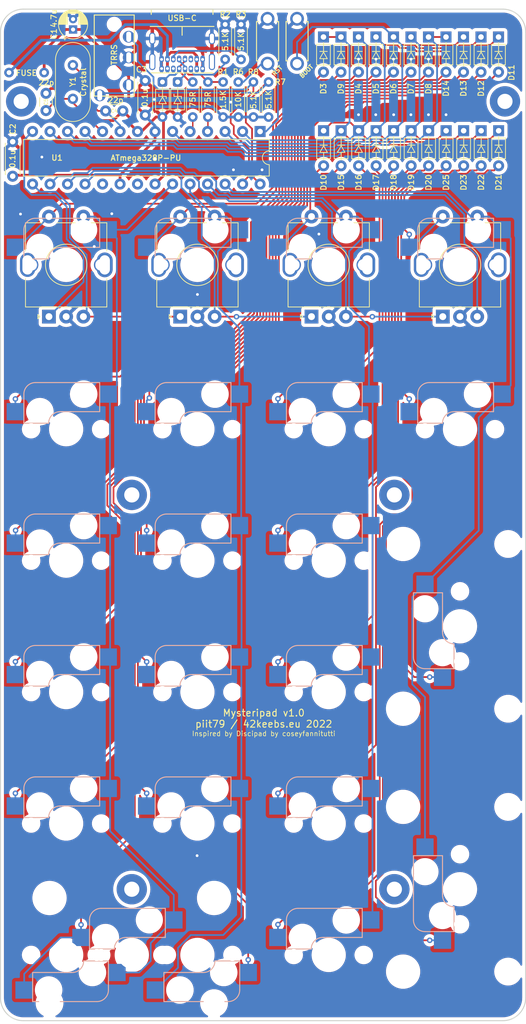
<source format=kicad_pcb>
(kicad_pcb (version 20211014) (generator pcbnew)
  (title_block (comment 4 "AISLER Project ID: RNVBQPCW"))
  (layers (0 "F.Cu" signal) (31 "B.Cu" signal) (34 "B.Paste" user) (35 "F.Paste" user) (36 "B.SilkS" user "B.Silkscreen") (37 "F.SilkS" user "F.Silkscreen") (38 "B.Mask" user) (39 "F.Mask" user) (44 "Edge.Cuts" user))
  (net 0 "")
  (net 1 "GND")
  (net 2 "row3{slash}BOOT")
  (net 3 "+5V")
  (net 4 "xtal1")
  (net 5 "xtal2")
  (net 6 "Net-(D1-Pad1)")
  (net 7 "Net-(D2-Pad1)")
  (net 8 "row0")
  (net 9 "Net-(D3-Pad2)")
  (net 10 "row1")
  (net 11 "Net-(D4-Pad2)")
  (net 12 "row2")
  (net 13 "Net-(D5-Pad2)")
  (net 14 "Net-(D6-Pad2)")
  (net 15 "row4")
  (net 16 "Net-(D7-Pad2)")
  (net 17 "row5")
  (net 18 "Net-(D8-Pad2)")
  (net 19 "Net-(D9-Pad2)")
  (net 20 "Net-(D10-Pad2)")
  (net 21 "Net-(D11-Pad2)")
  (net 22 "Net-(D12-Pad2)")
  (net 23 "Net-(D13-Pad2)")
  (net 24 "Net-(D14-Pad2)")
  (net 25 "Net-(D15-Pad2)")
  (net 26 "Net-(D16-Pad2)")
  (net 27 "Net-(D17-Pad2)")
  (net 28 "Net-(D18-Pad2)")
  (net 29 "Net-(D19-Pad2)")
  (net 30 "Net-(D20-Pad2)")
  (net 31 "Net-(D21-Pad2)")
  (net 32 "Net-(D22-Pad2)")
  (net 33 "Net-(D23-Pad2)")
  (net 34 "Net-(D25-Pad2)")
  (net 35 "col0")
  (net 36 "col1")
  (net 37 "col2")
  (net 38 "col3")
  (net 39 "Net-(R2-Pad2)")
  (net 40 "Net-(R3-Pad2)")
  (net 41 "D-")
  (net 42 "D+")
  (net 43 "RESET")
  (net 46 "SDA")
  (net 47 "VCC")
  (net 50 "EN1")
  (net 51 "EN2")
  (net 52 "EN3")
  (net 53 "EN4")
  (net 54 "EN5")
  (net 55 "SCL")
  (footprint "42keebs:D_DO-35_SOD27_P5.08mm_Horizontal" (layer "F.Cu") (at 142.263 32.7676 -90)
    (fp_text reference "D11")
    (fp_text value " ")
  )
  (footprint "MountingHole:MountingHole_2.2mm_M2_Pad" (layer "F.Cu") (at 143.200001 43.369999)
    (fp_text reference "H2")
    (fp_text value "MountingHole" hide)
  )
  (footprint "42keebs:D_DO-35_SOD27_P5.08mm_Horizontal" (layer "F.Cu") (at 121.961903 46.350848 -90)
    (fp_text reference "D16")
    (fp_text value " ")
  )
  (footprint "42keebs:D_DO-35_SOD27_P5.08mm_Horizontal" (layer "F.Cu") (at 129.581903 46.350848 -90)
    (fp_text reference "D19")
    (fp_text value " ")
  )
  (footprint "Capacitor_THT:C_Disc_D4.3mm_W1.9mm_P5.00mm" (layer "F.Cu") (at 91 45.35 90)
    (fp_text reference "C3")
    (fp_text value "0.1u")
  )
  (footprint "Crystal:Crystal_HC49-4H_Vertical" (layer "F.Cu") (at 80.5 43 90)
    (fp_text reference "Y1")
    (fp_text value "Crystal")
  )
  (footprint "42keebs:PJ-320A" (layer "F.Cu") (at 86.5 30.7)
    (fp_text reference "J1")
    (fp_text value "PJ-320A" hide)
  )
  (footprint "42keebs:D_DO-35_SOD27_P5.08mm_Horizontal" (layer "F.Cu") (at 127.041903 46.350848 -90)
    (fp_text reference "D18")
    (fp_text value " ")
  )
  (footprint "42keebs:D_DO-35_SOD27_P5.08mm_Horizontal" (layer "F.Cu") (at 119.403 32.7676 -90)
    (fp_text reference "D9")
    (fp_text value " ")
  )
  (footprint "Resistor_THT:R_Axial_DIN0204_L3.6mm_D1.6mm_P5.08mm_Horizontal" (layer "F.Cu") (at 102.6 32.21 -90)
    (fp_text reference "R2")
    (fp_text value "5.1K")
  )
  (footprint "42keebs:D_DO-35_SOD27_P5.08mm_Horizontal" (layer "F.Cu") (at 132.103 32.7676 -90)
    (fp_text reference "D8")
    (fp_text value " ")
  )
  (footprint "42keebs:D_DO-35_SOD27_P5.08mm_Horizontal" (layer "F.Cu") (at 132.121903 46.350848 -90)
    (fp_text reference "D20")
    (fp_text value " ")
  )
  (footprint "42keebs:D_DO-35_SOD27_P5.08mm_Horizontal" (layer "F.Cu") (at 134.643 32.7676 -90)
    (fp_text reference "D14")
    (fp_text value " ")
  )
  (footprint "42keebs:D_DO-35_SOD27_P5.08mm_Horizontal" (layer "F.Cu") (at 124.483 32.7676 -90)
    (fp_text reference "D5")
    (fp_text value " ")
  )
  (footprint "42keebs:Kailh_MX_Socket-plus-EC11-encoder" (layer "F.Cu") (at 79.525001 67.063499)
    (fp_text reference "ENC_SWA1")
    (fp_text value "RotaryEncoder_Switch_Combo" hide)
  )
  (footprint "Capacitor_THT:C_Disc_D4.3mm_W1.9mm_P5.00mm" (layer "F.Cu") (at 71.766004 54.2116 90)
    (fp_text reference "C2")
    (fp_text value "0.1u")
  )
  (footprint "MountingHole:MountingHole_2.2mm_M2_Pad" (layer "F.Cu") (at 89.05006 157.55)
    (fp_text reference "H5")
    (fp_text value "MountingHole" hide)
  )
  (footprint "Capacitor_THT:C_Disc_D3.0mm_W1.6mm_P2.50mm" (layer "F.Cu") (at 85.25 44.75)
    (fp_text reference "C4")
    (fp_text value "22p")
  )
  (footprint "42keebs:ZD_DO-35_SOD27_P5.08mm_Horizontal_smaller" (layer "F.Cu") (at 95.7 39.28395 -90)
    (fp_text reference "D2")
    (fp_text value "3.6V")
  )
  (footprint "42keebs:ZD_DO-35_SOD27_P5.08mm_Horizontal_smaller" (layer "F.Cu") (at 93.4988 39.28395 -90)
    (fp_text reference "D1")
    (fp_text value "3.6V")
  )
  (footprint "42keebs:D_DO-35_SOD27_P5.08mm_Horizontal" (layer "F.Cu") (at 116.863 32.7676 -90)
    (fp_text reference "D3")
    (fp_text value " ")
  )
  (footprint "kbd:ResetSW_1side" (layer "F.Cu") (at 108.75 34.65 90)
    (fp_text reference "RESET1" hide)
    (fp_text value "RST")
  )
  (footprint "42keebs:D_DO-35_SOD27_P5.08mm_Horizontal" (layer "F.Cu") (at 137.183 32.7676 -90)
    (fp_text reference "D13")
    (fp_text value " ")
  )
  (footprint "42keebs:D_DO-35_SOD27_P5.08mm_Horizontal" (layer "F.Cu") (at 121.943 32.7676 -90)
    (fp_text reference "D4")
    (fp_text value " ")
  )
  (footprint "42keebs:42Keebs-icon-10mm-Mask" (layer "F.Cu") (at 108.2 97.6)
    (fp_text reference "LOGO1" hide)
    (fp_text value "42_Keebs_Logo" hide)
  )
  (footprint "Resistor_THT:R_Axial_DIN0204_L3.6mm_D1.6mm_P5.08mm_Horizontal" (layer "F.Cu") (at 108.8976 45.63895 90)
    (fp_text reference "R7")
    (fp_text value "5.1K")
  )
  (footprint "42keebs:D_DO-35_SOD27_P5.08mm_Horizontal" (layer "F.Cu") (at 116.881903 46.350848 -90)
    (fp_text reference "D10")
    (fp_text value " ")
  )
  (footprint "42keebs:D_DO-35_SOD27_P5.08mm_Horizontal" (layer "F.Cu") (at 127.023 32.7676 -90)
    (fp_text reference "D6")
    (fp_text value " ")
  )
  (footprint "MountingHole:MountingHole_2.2mm_M2_Pad" (layer "F.Cu") (at 127.15006 100.4)
    (fp_text reference "H4")
    (fp_text value "MountingHole" hide)
  )
  (footprint "42keebs:Kailh_MX_Socket-plus-EC11-encoder" (layer "F.Cu") (at 98.575001 67.063499)
    (fp_text reference "ENC_SWA2")
    (fp_text value "RotaryEncoder_Switch_Combo" hide)
  )
  (footprint "42keebs:D_DO-35_SOD27_P5.08mm_Horizontal" (layer "F.Cu") (at 137.201903 46.350848 -90)
    (fp_text reference "D23")
    (fp_text value " ")
  )
  (footprint "Capacitor_THT:CP_Radial_D4.0mm_P1.50mm" (layer "F.Cu") (at 80.527401 32.95 90)
    (fp_text reference "C1")
    (fp_text value "4.7u")
  )
  (footprint "Capacitor_THT:C_Disc_D3.0mm_W1.6mm_P2.50mm" (layer "F.Cu") (at 76.6 44.7 90)
    (fp_text reference "C5")
    (fp_text value "22p")
  )
  (footprint "42keebs:D_DO-35_SOD27_P5.08mm_Horizontal" (layer "F.Cu") (at 119.421903 46.350848 -90)
    (fp_text reference "D15")
    (fp_text value " ")
  )
  (footprint "42keebs:D_DO-35_SOD27_P5.08mm_Horizontal" (layer "F.Cu") (at 139.723 32.7676 -90)
    (fp_text reference "D12")
    (fp_text value " ")
  )
  (footprint "Package_DIP:DIP-28_W7.62mm" (layer "F.Cu") (at 107.666004 47.7316 -90)
    (fp_text reference "U1")
    (fp_text value "ATmega328P-PU")
  )
  (footprint "Resistor_THT:R_Axial_DIN0204_L3.6mm_D1.6mm_P5.08mm_Horizontal" (layer "F.Cu") (at 106.6976 45.63895 90)
    (fp_text reference "R8")
    (fp_text value "5.1K")
  )
  (footprint "Resistor_THT:R_Axial_DIN0204_L3.6mm_D1.6mm_P5.08mm_Horizontal" (layer "F.Cu") (at 102.2976 45.63895 90)
    (fp_text reference "R1")
    (fp_text value "1.5K")
  )
  (footprint "42keebs:D_DO-35_SOD27_P5.08mm_Horizontal" (layer "F.Cu") (at 134.661903 46.350848 -90)
    (fp_text reference "D25")
    (fp_text value " ")
  )
  (footprint "MountingHole:MountingHole_2.2mm_M2_Pad" (layer "F.Cu") (at 127.15006 157.55)
    (fp_text reference "H6")
    (fp_text value "MountingHole" hide)
  )
  (footprint "42keebs:D_DO-35_SOD27_P5.08mm_Horizontal" (layer "F.Cu") (at 142.281903 46.350848 -90)
    (fp_text reference "D21")
    (fp_text value " ")
  )
  (footprint "42keebs:USB_C_GCT_USB4085-offset-pads" (layer "F.Cu") (at 96.35 32.51 180)
    (fp_text reference "USB1" hide)
    (fp_text value "USB-C")
  )
  (footprint "42keebs:polyfuse_5.1mm" (layer "F.Cu") (at 73.7846 39.1948 180)
    (fp_text reference "F1" hide)
    (fp_text value "500mA")
  )
  (footprint "42keebs:D_DO-35_SOD27_P5.08mm_Horizontal" (layer "F.Cu") (at 129.563 32.7676 -90)
    (fp_text reference "D7")
    (fp_text value " ")
  )
  (footprint "42keebs:D_DO-35_SOD27_P5.08mm_Horizontal" (layer "F.Cu") (at 124.501903 46.350848 -90)
    (fp_text reference "D17")
    (fp_text value " ")
  )
  (footprint "MountingHole:MountingHole_2.2mm_M2_Pad" (layer "F.Cu") (at 89.05006 100.4)
    (fp_text reference "H3")
    (fp_text value "MountingHole" hide)
  )
  (footprint "kbd:ResetSW_1side" (layer "F.Cu") (at 113.03 34.6456 90)
    (fp_text reference "BOOT1" hide)
    (fp_text value "BOOT")
  )
  (footprint "Resistor_THT:R_Axial_DIN0204_L3.6mm_D1.6mm_P5.08mm_Horizontal" (layer "F.Cu") (at 97.8976 40.55895 -90)
    (fp_text reference "R4")
    (fp_text value "75R")
  )
  (footprint "42keebs:D_DO-35_SOD27_P5.08mm_Horizontal" (layer "F.Cu") (at 139.741903 46.350848 -90)
    (fp_text reference "D22")
    (fp_text value " ")
  )
  (footprint "Resistor_THT:R_Axial_DIN0204_L3.6mm_D1.6mm_P5.08mm_Horizontal" (layer "F.Cu") (at 104.4976 45.63895 90)
    (fp_text reference "R6")
    (fp_text value "10K")
  )
  (footprint "42keebs:Kailh_MX_Socket-plus-EC11-encoder" (layer "F.Cu") (at 136.675001 67.063499)
    (fp_text reference "ENC_SWA4")
    (fp_text value "RotaryEncoder_Switch_Combo" hide)
  )
  (footprint "MountingHole:MountingHole_2.2mm_M2_Pad" (layer "F.Cu") (at 73 43.37)
    (fp_text reference "H1")
    (fp_text value "MountingHole" hide)
  )
  (footprint "Resistor_THT:R_Axial_DIN0204_L3.6mm_D1.6mm_P5.08mm_Horizontal" (layer "F.Cu") (at 104.9 32.21 -90)
    (fp_text reference "R3")
    (fp_text value "5.1K")
  )
  (footprint "42keebs:Kailh_MX_Socket-plus-EC11-encoder" (layer "F.Cu") (at 117.625001 67.063499)
    (fp_text reference "ENC_SWA3")
    (fp_text value "RotaryEncoder_Switch_Combo" hide)
  )
  (footprint "Resistor_THT:R_Axial_DIN0204_L3.6mm_D1.6mm_P5.08mm_Horizontal" (layer "F.Cu") (at 100.0976 40.55895 -90)
    (fp_text reference "R5")
    (fp_text value "75R")
  )
  (footprint "42keebs:Kailh_MX_Socket-swapped-pads" (layer "B.Cu") (at 117.625001 128.975499 180)
    (fp_text reference "SWD3")
    (fp_text value "KEYSW" hide)
  )
  (footprint "42keebs:Kailh_MX_Socket-swapped-pads" (layer "B.Cu") (at 79.525001 167.075499)
    (fp_text reference "SWF1")
    (fp_text value "KEYSW" hide)
  )
  (footprint "42keebs:Kailh_MX_Socket-swapped-pads" (layer "B.Cu") (at 117.625001 148.025499 180)
    (fp_text reference "SWE3")
    (fp_text value "KEYSW" hide)
  )
  (footprint "42keebs:Kailh_MX_Socket-swapped-pads" (layer "B.Cu") (at 136.675001 90.875499 180)
    (fp_text reference "SWB4")
    (fp_text value "KEYSW" hide)
  )
  (footprint "42keebs:Kailh_MX_Socket-2u-swapped-pads-reversed-stabilizer" (layer "B.Cu") (at 89.050001 167.075499 180)
    (fp_text reference "SWFB1")
    (fp_text value "KEYSW" hide)
  )
  (footprint "42keebs:Kailh_MX_Socket-swapped-pads" (layer "B.Cu") (at 98.575001 128.975499 180)
    (fp_text reference "SWD2")
    (fp_text value "KEYSW" hide)
  )
  (footprint "42keebs:Kailh_MX_Socket-swapped-pads" (layer "B.Cu") (at 79.525001 109.925499 180)
    (fp_text reference "SWC1")
    (fp_text value "KEYSW" hide)
  )
  (footprint "42keebs:Kailh_MX_Socket-swapped-pads" (layer "B.Cu") (at 117.625001 167.075499 180)
    (fp_text reference "SWF3")
    (fp_text value "KEYSW" hide)
  )
  (footprint "42keebs:Kailh_MX_Socket-2u-swapped-pads-reversed-stabilizer" (layer "B.Cu") (at 136.675001 119.450499 -90)
    (fp_text reference "SWC4")
    (fp_text value "KEYSW" hide)
  )
  (footprint "42keebs:Kailh_MX_Socket-swapped-pads" (layer "B.Cu") (at 98.575001 90.875499 180)
    (fp_text reference "SWB2")
    (fp_text value "KEYSW" hide)
  )
  (footprint "42keebs:Kailh_MX_Socket-swapped-pads" (layer "B.Cu") (at 79.525001 128.975499 180)
    (fp_text reference "SWD1")
    (fp_text value "KEYSW" hide)
  )
  (footprint "42keebs:Kailh_MX_Socket-swapped-pads" (layer "B.Cu") (at 117.625001 90.875499 180)
    (fp_text reference "SWB3")
    (fp_text value "KEYSW" hide)
  )
  (footprint "42keebs:Kailh_MX_Socket-swapped-pads" (layer "B.Cu") (at 79.525001 148.025499 180)
    (fp_text reference "SWE1")
    (fp_text value "KEYSW" hide)
  )
  (footprint "42keebs:Kailh_MX_Socket-swapped-pads" (layer "B.Cu") (at 79.525001 90.875499 180)
    (fp_text reference "SWB1")
    (fp_text value "KEYSW" hide)
  )
  (footprint "42keebs:Kailh_MX_Socket-swapped-pads" (layer "B.Cu") (at 98.575001 167.075499)
    (fp_text reference "SWF2")
    (fp_text value "KEYSW" hide)
  )
  (footprint "42keebs:Kailh_MX_Socket-swapped-pads" (layer "B.Cu") (at 98.575001 109.925499 180)
    (fp_text reference "SWC2")
    (fp_text value "KEYSW" hide)
  )
  (footprint "42keebs:Kailh_MX_Socket-2u-swapped-pads-reversed-stabilizer" (layer "B.Cu") (at 136.675001 157.550499 -90)
    (fp_text reference "SWE4")
    (fp_text value "KEYSW" hide)
  )
  (footprint "42keebs:Kailh_MX_Socket-swapped-pads" (layer "B.Cu") (at 117.625001 109.925499 180)
    (fp_text reference "SWC3")
    (fp_text value "KEYSW" hide)
  )
  (footprint "42keebs:Kailh_MX_Socket-swapped-pads" (layer "B.Cu") (at 98.575001 148.025499 180)
    (fp_text reference "SWE2")
    (fp_text value "KEYSW" hide)
  )
  (gr_arc (start 73.3 176.60044) (mid 70.966548 175.633892) (end 70 173.30044) (layer "Edge.Cuts") (width 0.15))
  (gr_line (start 73.3 176.60044) (end 142.9 176.6) (layer "Edge.Cuts") (width 0.15))
  (gr_line (start 146.2 33.3) (end 146.2 173.3) (layer "Edge.Cuts") (width 0.15))
  (gr_arc (start 142.899942 30) (mid 145.233394 30.966548) (end 146.199942 33.3) (layer "Edge.Cuts") (width 0.15))
  (gr_line (start 70 33.3) (end 70 173.30044) (layer "Edge.Cuts") (width 0.15))
  (gr_arc (start 70 33.3) (mid 70.966548 30.966548) (end 73.3 30) (layer "Edge.Cuts") (width 0.15))
  (gr_arc (start 146.2 173.3) (mid 145.233452 175.633452) (end 142.9 176.6) (layer "Edge.Cuts") (width 0.15))
  (gr_line (start 142.9 30) (end 73.3 30) (layer "Edge.Cuts") (width 0.15))
  (gr_text "Inspired by Discipad by coseyfannitutti" (at 108.195764 135) (layer "F.SilkS") (effects (font (size 0.7 0.7) (thickness 0.1))))
  (gr_text "Mysteripad v1.0\npiit79 / 42keebs.eu 2022" (at 108.2 132.8) (layer "F.SilkS") (effects (font (size 1 1))))
  (segment (start 93.37 38.605) (end 93.375 38.61) (width 0.4) (layer "F.Cu") (net 1))
  (segment (start 93.65 54.1366) (end 93.65 45.78515) (width 0.4) (layer "F.Cu") (net 1))
  (segment (start 81.95 43.8) (end 84.3 46.15) (width 0.4) (layer "F.Cu") (net 1))
  (segment (start 88.8 45.8) (end 87.75 44.75) (width 0.4) (layer "F.Cu") (net 1))
  (segment (start 81.150001 41.500001) (end 81.95 42.3) (width 0.4) (layer "F.Cu") (net 1))
  (segment (start 92.435 55.3516) (end 92.426004 55.3516) (width 0.4) (layer "F.Cu") (net 1))
  (segment (start 77.299999 41.500001) (end 81.150001 41.500001) (width 0.4) (layer "F.Cu") (net 1))
  (segment (start 86.35 46.15) (end 87.75 44.75) (width 0.4) (layer "F.Cu") (net 1))
  (segment (start 89.886004 47.7316) (end 90.4684 47.7316) (width 0.4) (layer "F.Cu") (net 1))
  (segment (start 93.65 54.1366) (end 92.435 55.3516) (width 0.4) (layer "F.Cu") (net 1))
  (segment (start 93.37 37.285) (end 93.37 38.605) (width 0.4) (layer "F.Cu") (net 1))
  (segment (start 88.8 45.8) (end 88.8 46.645596) (width 0.4) (layer "F.Cu") (net 1))
  (segment (start 92.56605 45.63395) (end 93.4988 45.63395) (width 0.4) (layer "F.Cu") (net 1))
  (segment (start 93.65 45.78515) (end 93.4988 45.63395) (width 0.4) (layer "F.Cu") (net 1))
  (segment (start 84.3 46.15) (end 86.35 46.15) (width 0.4) (layer "F.Cu") (net 1))
  (segment (start 89.886004 47.7316) (end 88.8 46.645596) (width 0.4) (layer "F.Cu") (net 1))
  (segment (start 99.325 37.285) (end 99.325 38.61) (width 0.4) (layer "F.Cu") (net 1))
  (segment (start 90.4684 47.7316) (end 92.56605 45.63395) (width 0.4) (layer "F.Cu") (net 1))
  (segment (start 81.95 42.3) (end 81.95 43.8) (width 0.4) (layer "F.Cu") (net 1))
  (segment (start 76.6 42.2) (end 77.299999 41.500001) (width 0.4) (layer "F.Cu") (net 1))
  (via (at 132.1 37.25) (size 0.8) (drill 0.4) (layers "F.Cu" "B.Cu") (net 1))
  (via (at 129.55 45.3) (size 0.8) (drill 0.4) (layers "F.Cu" "B.Cu") (net 1))
  (via (at 86.15 59.65) (size 0.8) (drill 0.4) (layers "F.Cu" "B.Cu") (net 1))
  (via (at 124.45 45.3) (size 0.8) (drill 0.4) (layers "F.Cu" "B.Cu") (net 1))
  (via (at 72.9 59.7) (size 0.8) (drill 0.4) (layers "F.Cu" "B.Cu") (net 1))
  (via (at 98.5242 152.682) (size 0.8) (drill 0.4) (layers "F.Cu" "B.Cu") (net 1))
  (via (at 134.65 45.3) (size 0.8) (drill 0.4) (layers "F.Cu" "B.Cu") (net 1))
  (via (at 103.4 43.475) (size 0.8) (drill 0.4) (layers "F.Cu" "B.Cu") (net 1))
  (via (at 132.1 45.3) (size 0.8) (drill 0.4) (layers "F.Cu" "B.Cu") (net 1))
  (via (at 103.8 53.2866) (size 0.8) (drill 0.4) (layers "F.Cu" "B.Cu") (net 1))
  (via (at 76 51.4366) (size 0.8) (drill 0.4) (layers "F.Cu" "B.Cu") (net 1))
  (via (at 107.95 53.2866) (size 0.8) (drill 0.4) (layers "F.Cu" "B.Cu") (net 1))
  (via (at 127.025 37.25) (size 0.8) (drill 0.4) (layers "F.Cu" "B.Cu") (net 1))
  (via (at 83.6 64.4) (size 0.8) (drill 0.4) (layers "F.Cu" "B.Cu") (net 1))
  (via (at 127.05 45.3) (size 0.8) (drill 0.4) (layers "F.Cu" "B.Cu") (net 1))
  (via (at 92.3 43.1) (size 0.8) (drill 0.4) (layers "F.Cu" "B.Cu") (net 1))
  (via (at 116.2 62.6) (size 0.8) (drill 0.4) (layers "F.Cu" "B.Cu") (net 1))
  (via (at 98.575 71.3512) (size 0.8) (drill 0.4) (layers "F.Cu" "B.Cu") (net 1))
  (via (at 92.4 51.724) (size 0.8) (drill 0.4) (layers "F.Cu" "B.Cu") (net 1))
  (via (at 124.48 37.25) (size 0.8) (drill 0.4) (layers "F.Cu" "B.Cu") (net 1))
  (via (at 129.57 37.25) (size 0.8) (drill 0.4) (layers "F.Cu" "B.Cu") (net 1))
  (via (at 121.95 37.25) (size 0.8) (drill 0.4) (layers "F.Cu" "B.Cu") (net 1))
  (via (at 121.95 45.3) (size 0.8) (drill 0.4) (layers "F.Cu" "B.Cu") (net 1))
  (segment (start 139.723 34.0376) (end 138.579 35.1816) (width 0.25) (layer "F.Cu") (net 2))
  (segment (start 136.199996 35.657) (end 130.546004 35.657) (width 0.25) (layer "F.Cu") (net 2))
  (segment (start 130.070604 35.1816) (end 128.167 35.1816) (width 0.25) (layer "F.Cu") (net 2))
  (segment (start 130.546004 35.657) (end 130.070604 35.1816) (width 0.25) (layer "F.Cu") (net 2))
  (segment (start 136.675396 35.1816) (end 136.199996 35.657) (width 0.25) (layer "F.Cu") (net 2))
  (segment (start 138.579 35.1816) (end 136.675396 35.1816) (width 0.25) (layer "F.Cu") (net 2))
  (segment (start 128.167 35.1816) (end 127.023 34.0376) (width 0.25) (layer "F.Cu") (net 2))
  (segment (start 95.948008 49.35) (end 102.931612 49.35) (width 0.25) (layer "B.Cu") (net 2))
  (segment (start 95.472608 48.8746) (end 95.948008 49.35) (width 0.25) (layer "B.Cu") (net 2))
  (segment (start 105.886186 50.40097) (end 118.550969 50.40097) (width 0.25) (layer "B.Cu") (net 2))
  (segment (start 125.569399 32.583999) (end 127.023 34.0376) (width 0.25) (layer "B.Cu") (net 2))
  (segment (start 113.03 34.77) (end 115.216001 32.583999) (width 0.25) (layer "B.Cu") (net 2))
  (segment (start 128.3 35.3146) (end 128.3 46.362751) (width 0.25) (layer "B.Cu") (net 2))
  (segment (start 125.892151 48.7706) (end 127.041903 47.620848) (width 0.25) (layer "B.Cu") (net 2))
  (segment (start 123.988547 48.7706) (end 125.892151 48.7706) (width 0.25) (layer "B.Cu") (net 2))
  (segment (start 128.3 46.362751) (end 127.041903 47.620848) (width 0.25) (layer "B.Cu") (net 2))
  (segment (start 121.634943 49.2206) (end 123.538547 49.2206) (width 0.25) (layer "B.Cu") (net 2))
  (segment (start 121.184943 49.6706) (end 121.634943 49.2206) (width 0.25) (layer "B.Cu") (net 2))
  (segment (start 82.266004 47.7316) (end 83.409004 48.8746) (width 0.25) (layer "B.Cu") (net 2))
  (segment (start 119.281339 49.6706) (end 121.184943 49.6706) (width 0.25) (layer "B.Cu") (net 2))
  (segment (start 83.409004 48.8746) (end 95.472608 48.8746) (width 0.25) (layer "B.Cu") (net 2))
  (segment (start 123.538547 49.2206) (end 123.988547 48.7706) (width 0.25) (layer "B.Cu") (net 2))
  (segment (start 127.023 34.0376) (end 128.3 35.3146) (width 0.25) (layer "B.Cu") (net 2))
  (segment (start 113.03 37.8956) (end 113.03 34.77) (width 0.25) (layer "B.Cu") (net 2))
  (segment (start 115.216001 32.583999) (end 125.569399 32.583999) (width 0.25) (layer "B.Cu") (net 2))
  (segment (start 118.550969 50.40097) (end 119.281339 49.6706) (width 0.25) (layer "B.Cu") (net 2))
  (segment (start 102.931612 49.35) (end 103.356212 49.7746) (width 0.25) (layer "B.Cu") (net 2))
  (segment (start 103.356212 49.7746) (end 105.259816 49.7746) (width 0.25) (layer "B.Cu") (net 2))
  (segment (start 105.259816 49.7746) (end 105.886186 50.40097) (width 0.25) (layer "B.Cu") (net 2))
  (segment (start 71.912208 54.065396) (end 87.346004 54.065396) (width 0.4) (layer "F.Cu") (net 3))
  (segment (start 76.3346 39.1948) (end 76.3346 36.0654) (width 0.4) (layer "F.Cu") (net 3))
  (segment (start 87.346004 55.3516) (end 87.346004 54.065396) (width 0.4) (layer "F.Cu") (net 3))
  (segment (start 92.426004 48.985396) (end 92.426004 47.7316) (width 0.4) (layer "F.Cu") (net 3))
  (segment (start 87.346004 54.065396) (end 92.426004 48.985396) (width 0.4) (layer "F.Cu") (net 3))
  (segment (start 88.6 39.75) (end 88.6 41) (width 0.4) (layer "F.Cu") (net 3))
  (segment (start 81.8 32.95) (end 88.6 39.75) (width 0.4) (layer "F.Cu") (net 3))
  (segment (start 71.941004 54.0366) (end 71.766004 54.2116) (width 0.4) (layer "F.Cu") (net 3))
  (segment (start 76.3346 36.0654) (end 79.45 32.95) (width 0.4) (layer "F.Cu") (net 3))
  (segment (start 88.6 42.95) (end 91 45.35) (width 0.4) (layer "F.Cu") (net 3))
  (segment (start 79.45 32.95) (end 80.527401 32.95) (width 0.4) (layer "F.Cu") (net 3))
  (segment (start 80.527401 32.95) (end 81.8 32.95) (width 0.4) (layer "F.Cu") (net 3))
  (segment (start 88.6 41) (end 88.6 42.95) (width 0.4) (layer "F.Cu") (net 3))
  (segment (start 100.793289 44.134639) (end 102.2976 45.63895) (width 0.4) (layer "B.Cu") (net 3))
  (segment (start 92.215361 44.134639) (end 100.793289 44.134639) (width 0.4) (layer "B.Cu") (net 3))
  (segment (start 92.426004 46.912604) (end 91 45.4866) (width 0.4) (layer "B.Cu") (net 3))
  (segment (start 92.426004 47.7316) (end 92.426004 46.912604) (width 0.4) (layer "B.Cu") (net 3))
  (segment (start 91 45.35) (end 92.215361 44.134639) (width 0.4) (layer "B.Cu") (net 3))
  (segment (start 102.2976 45.63895) (end 108.8976 45.63895) (width 0.4) (layer "B.Cu") (net 3))
  (segment (start 82.85 43.45) (end 84.15 44.75) (width 0.25) (layer "F.Cu") (net 4))
  (segment (start 84.15 44.75) (end 85.25 44.75) (width 0.25) (layer "F.Cu") (net 4))
  (segment (start 82.85 40.47) (end 82.85 43.45) (width 0.25) (layer "F.Cu") (net 4))
  (segment (start 80.5 38.12) (end 82.85 40.47) (width 0.25) (layer "F.Cu") (net 4))
  (segment (start 87.346004 46.846004) (end 87.346004 47.7316) (width 0.25) (layer "B.Cu") (net 4))
  (segment (start 85.25 44.75) (end 87.346004 46.846004) (width 0.25) (layer "B.Cu") (net 4))
  (segment (start 84.6816 47.7316) (end 84.806004 47.7316) (width 0.25) (layer "F.Cu") (net 5))
  (segment (start 78.3 43) (end 76.6 44.7) (width 0.25) (layer "F.Cu") (net 5))
  (segment (start 80.5 43) (end 78.3 43) (width 0.25) (layer "F.Cu") (net 5))
  (segment (start 80.5 43.55) (end 84.6816 47.7316) (width 0.25) (layer "F.Cu") (net 5))
  (segment (start 80.5 43) (end 80.5 43.55) (width 0.25) (layer "F.Cu") (net 5))
  (segment (start 97.50895 40.55895) (end 97.8976 40.55895) (width 0.25) (layer "F.Cu") (net 6))
  (segment (start 95.925 38.375) (end 96.77 37.53) (width 0.25) (layer "F.Cu") (net 6))
  (segment (start 95.925 38.61) (end 95.925 38.975) (width 0.25) (layer "F.Cu") (net 6))
  (segment (start 96.77 37.53) (end 96.77 37.285) (width 0.25) (layer "F.Cu") (net 6))
  (segment (start 95.925 38.61) (end 95.925 38.375) (width 0.25) (layer "F.Cu") (net 6))
  (segment (start 95.925 38.975) (end 97.50895 40.55895) (width 0.25) (layer "F.Cu") (net 6))
  (segment (start 95.925 38.95) (end 95.34605 39.52895) (width 0.25) (layer "B.Cu") (net 6))
  (segment (start 95.34605 39.52895) (end 94.5238 39.52895) (width 0.25) (layer "B.Cu") (net 6))
  (segment (start 94.5238 39.52895) (end 93.4988 40.55395) (width 0.25) (layer "B.Cu") (net 6))
  (segment (start 95.925 38.61) (end 95.925 38.95) (width 0.25) (layer "B.Cu") (net 6))
  (segment (start 96.775 38.985685) (end 97.289315 39.5) (width 0.25) (layer "F.Cu") (net 7))
  (segment (start 100.0976 40.55895) (end 102.2976 40.55895) (width 0.25) (layer "F.Cu") (net 7))
  (segment (start 97.289315 39.5) (end 99.03865 39.5) (width 0.25) (layer "F.Cu") (net 7))
  (segment (start 99.03865 39.5) (end 100.0976 40.55895) (width 0.25) (layer "F.Cu") (net 7))
  (segment (start 96.775 38.61) (end 96.775 38.985685) (width 0.25) (layer "F.Cu") (net 7))
  (segment (start 95.7 40.55395) (end 96.775 39.47895) (width 0.25) (layer "B.Cu") (net 7))
  (segment (start 95.92 37.285) (end 95.92 37.465739) (width 0.25) (layer "B.Cu") (net 7))
  (segment (start 96.775 39.47895) (end 96.775 38.61) (width 0.25) (layer "B.Cu") (net 7))
  (segment (start 95.92 37.465739) (end 96.775 38.320739) (width 0.25) (layer "B.Cu") (net 7))
  (segment (start 96.775 38.320739) (end 96.775 38.61) (width 0.25) (layer "B.Cu") (net 7))
  (segment (start 134.521339 49.6706) (end 136.424943 49.6706) (width 0.25) (layer "F.Cu") (net 8))
  (segment (start 119.421903 47.620848) (end 120.571655 48.7706) (width 0.25) (layer "F.Cu") (net 8))
  (segment (start 134.041939 50.15) (end 134.521339 49.6706) (width 0.25) (layer "F.Cu") (net 8))
  (segment (start 120.571655 48.7706) (end 122.475259 48.7706) (width 0.25) (layer "F.Cu") (net 8))
  (segment (start 141.106751 48.796) (end 142.281903 47.620848) (width 0.25) (layer "F.Cu") (net 8))
  (segment (start 122.925259 49.2206) (end 124.828863 49.2206) (width 0.25) (layer "F.Cu") (net 8))
  (segment (start 130.201867 50.15) (end 134.041939 50.15) (width 0.25) (layer "F.Cu") (net 8))
  (segment (start 116.863 34.0376) (end 119.403 34.0376) (width 0.25) (layer "F.Cu") (net 8))
  (segment (start 122.475259 48.7706) (end 122.925259 49.2206) (width 0.25) (layer "F.Cu") (net 8))
  (segment (start 138.778547 49.2206) (end 139.203147 48.796) (width 0.25) (layer "F.Cu") (net 8))
  (segment (start 129.722467 49.6706) (end 130.201867 50.15) (width 0.25) (layer "F.Cu") (net 8))
  (segment (start 124.828863 49.2206) (end 125.278863 49.6706) (width 0.25) (layer "F.Cu") (net 8))
  (segment (start 139.203147 48.796) (end 141.106751 48.796) (width 0.25) (layer "F.Cu") (net 8))
  (segment (start 136.424943 49.6706) (end 136.874943 49.2206) (width 0.25) (layer "F.Cu") (net 8))
  (segment (start 136.874943 49.2206) (end 138.778547 49.2206) (width 0.25) (layer "F.Cu") (net 8))
  (segment (start 125.278863 49.6706) (end 129.722467 49.6706) (width 0.25) (layer "F.Cu") (net 8))
  (segment (start 105.126004 47.7316) (end 106.394404 49) (width 0.25) (layer "B.Cu") (net 8))
  (segment (start 120.65 46.392751) (end 119.421903 47.620848) (width 0.25) (layer "B.Cu") (net 8))
  (segment (start 118.042751 49) (end 119.421903 47.620848) (width 0.25) (layer "B.Cu") (net 8))
  (segment (start 119.403 34.0376) (end 120.65 35.2846) (width 0.25) (layer "B.Cu") (net 8))
  (segment (start 120.65 35.2846) (end 120.65 46.392751) (width 0.25) (layer "B.Cu") (net 8))
  (segment (start 106.394404 49) (end 118.042751 49) (width 0.25) (layer "B.Cu") (net 8))
  (segment (start 116.863 39.17304) (end 109.55 46.48604) (width 0.25) (layer "F.Cu") (net 9))
  (segment (start 107.151996 58.198004) (end 78.890496 58.198004) (width 0.25) (layer "F.Cu") (net 9))
  (segment (start 109.55 46.48604) (end 109.55 55.8) (width 0.25) (layer "F.Cu") (net 9))
  (segment (start 78.890496 58.198004) (end 77.025001 60.063499) (width 0.25) (layer "F.Cu") (net 9))
  (segment (start 116.863 39.1176) (end 116.863 39.17304) (width 0.25) (layer "F.Cu") (net 9))
  (segment (start 109.55 55.8) (end 107.151996 58.198004) (width 0.25) (layer "F.Cu") (net 9))
  (segment (start 72.582161 64.506339) (end 72.170721 64.506339) (width 0.25) (layer "B.Cu") (net 9))
  (segment (start 77.025001 60.063499) (end 72.582161 64.506339) (width 0.25) (layer "B.Cu") (net 9))
  (segment (start 116.881903 47.620848) (end 118.052751 46.45) (width 0.25) (layer "F.Cu") (net 10))
  (segment (start 133.855543 49.7) (end 134.334943 49.2206) (width 0.25) (layer "F.Cu") (net 10))
  (segment (start 136.688547 48.7706) (end 138.592151 48.7706) (width 0.25) (layer "F.Cu") (net 10))
  (segment (start 134.334943 49.2206) (end 136.238547 49.2206) (width 0.25) (layer "F.Cu") (net 10))
  (segment (start 125.015259 48.7706) (end 125.465259 49.2206) (width 0.25) (layer "F.Cu") (net 10))
  (segment (start 138.592151 48.7706) (end 139.741903 47.620848) (width 0.25) (layer "F.Cu") (net 10))
  (segment (start 120.791055 46.45) (end 121.961903 47.620848) (width 0.25) (layer "F.Cu") (net 10))
  (segment (start 136.238547 49.2206) (end 136.688547 48.7706) (width 0.25) (layer "F.Cu") (net 10))
  (segment (start 125.465259 49.2206) (end 129.908863 49.2206) (width 0.25) (layer "F.Cu") (net 10))
  (segment (start 123.111655 48.7706) (end 125.015259 48.7706) (width 0.25) (layer "F.Cu") (net 10))
  (segment (start 130.388263 49.7) (end 133.855543 49.7) (width 0.25) (layer "F.Cu") (net 10))
  (segment (start 121.961903 47.620848) (end 123.111655 48.7706) (width 0.25) (layer "F.Cu") (net 10))
  (segment (start 118.052751 46.45) (end 120.791055 46.45) (width 0.25) (layer "F.Cu") (net 10))
  (segment (start 129.908863 49.2206) (end 130.388263 49.7) (width 0.25) (layer "F.Cu") (net 10))
  (segment (start 120.812151 48.7706) (end 121.961903 47.620848) (width 0.25) (layer "B.Cu") (net 10))
  (segment (start 105.632608 48.8746) (end 106.258008 49.5) (width 0.25) (layer "B.Cu") (net 10))
  (segment (start 118.179146 49.5) (end 118.908547 48.7706) (width 0.25) (layer "B.Cu") (net 10))
  (segment (start 103.729004 48.8746) (end 105.632608 48.8746) (width 0.25) (layer "B.Cu") (net 10))
  (segment (start 118.908547 48.7706) (end 120.812151 48.7706) (width 0.25) (layer "B.Cu") (net 10))
  (segment (start 123.2 35.2946) (end 123.2 46.382751) (width 0.25) (layer "B.Cu") (net 10))
  (segment (start 102.586004 47.7316) (end 103.729004 48.8746) (width 0.25) (layer "B.Cu") (net 10))
  (segment (start 123.2 46.382751) (end 121.961903 47.620848) (width 0.25) (layer "B.Cu") (net 10))
  (segment (start 121.943 34.0376) (end 123.2 35.2946) (width 0.25) (layer "B.Cu") (net 10))
  (segment (start 106.258008 49.5) (end 118.179146 49.5) (width 0.25) (layer "B.Cu") (net 10))
  (segment (start 110.45 46.858832) (end 110.45 56.782404) (width 0.25) (layer "F.Cu") (net 11))
  (segment (start 118.895396 40.2616) (end 118.445396 40.7116) (width 0.25) (layer "F.Cu") (net 11))
  (segment (start 118.445396 40.7116) (end 116.597232 40.7116) (width 0.25) (layer "F.Cu") (net 11))
  (segment (start 110.45 56.782404) (end 106.336 60.896404) (width 0.25) (layer "F.Cu") (net 11))
  (segment (start 87.3508 83.2612) (end 75.3874 83.2612) (width 0.25) (layer "F.Cu") (net 11))
  (segment (start 106.336 73.947816) (end 101.918816 78.365) (width 0.25) (layer "F.Cu") (net 11))
  (segment (start 101.918816 78.365) (end 92.247 78.365) (width 0.25) (layer "F.Cu") (net 11))
  (segment (start 75.3874 83.2612) (end 72.159 86.4896) (width 0.25) (layer "F.Cu") (net 11))
  (segment (start 120.799 40.2616) (end 118.895396 40.2616) (width 0.25) (layer "F.Cu") (net 11))
  (segment (start 116.597232 40.7116) (end 110.45 46.858832) (width 0.25) (layer "F.Cu") (net 11))
  (segment (start 121.943 39.1176) (end 120.799 40.2616) (width 0.25) (layer "F.Cu") (net 11))
  (segment (start 106.336 60.896404) (end 106.336 73.947816) (width 0.25) (layer "F.Cu") (net 11))
  (segment (start 92.247 78.365) (end 87.3508 83.2612) (width 0.25) (layer "F.Cu") (net 11))
  (via (at 72.159 86.4896) (size 0.8) (drill 0.4) (layers "F.Cu" "B.Cu") (net 11))
  (segment (start 72.159 86.4896) (end 72.159 88.329498) (width 0.25) (layer "B.Cu") (net 11))
  (segment (start 72.159 88.329498) (end 72.165001 88.335499) (width 0.25) (layer "B.Cu") (net 11))
  (segment (start 127.980604 35.6316) (end 129.884208 35.6316) (width 0.25) (layer "F.Cu") (net 12))
  (segment (start 125.627 35.1816) (end 127.530604 35.1816) (width 0.25) (layer "F.Cu") (net 12))
  (segment (start 129.884208 35.6316) (end 130.359608 36.107) (width 0.25) (layer "F.Cu") (net 12))
  (segment (start 139.215396 35.1816) (end 141.119 35.1816) (width 0.25) (layer "F.Cu") (net 12))
  (segment (start 130.574659 49.25) (end 130.095259 48.7706) (width 0.25) (layer "F.Cu") (net 12))
  (segment (start 136.386392 36.107) (end 136.861792 35.6316) (width 0.25) (layer "F.Cu") (net 12))
  (segment (start 133.669147 49.25) (end 130.574659 49.25) (width 0.25) (layer "F.Cu") (net 12))
  (segment (start 134.148547 48.7706) (end 133.669147 49.25) (width 0.25) (layer "F.Cu") (net 12))
  (segment (start 124.483 34.0376) (end 125.627 35.1816) (width 0.25) (layer "F.Cu") (net 12))
  (segment (start 136.052151 48.7706) (end 134.148547 48.7706) (width 0.25) (layer "F.Cu") (net 12))
  (segment (start 125.651655 48.7706) (end 124.501903 47.620848) (width 0.25) (layer "F.Cu") (net 12))
  (segment (start 136.861792 35.6316) (end 138.765396 35.6316) (width 0.25) (layer "F.Cu") (net 12))
  (segment (start 130.359608 36.107) (end 136.386392 36.107) (width 0.25) (layer "F.Cu") (net 12))
  (segment (start 137.201903 47.620848) (end 136.052151 48.7706) (width 0.25) (layer "F.Cu") (net 12))
  (segment (start 127.530604 35.1816) (end 127.980604 35.6316) (width 0.25) (layer "F.Cu") (net 12))
  (segment (start 138.765396 35.6316) (end 139.215396 35.1816) (width 0.25) (layer "F.Cu") (net 12))
  (segment (start 130.095259 48.7706) (end 125.651655 48.7706) (width 0.25) (layer "F.Cu") (net 12))
  (segment (start 141.119 35.1816) (end 142.263 34.0376) (width 0.25) (layer "F.Cu") (net 12))
  (segment (start 118.365543 49.95) (end 119.094943 49.2206) (width 0.25) (layer "B.Cu") (net 12))
  (segment (start 94.966004 47.7316) (end 96.134404 48.9) (width 0.25) (layer "B.Cu") (net 12))
  (segment (start 105.446212 49.3246) (end 106.071612 49.95) (width 0.25) (layer "B.Cu") (net 12))
  (segment (start 125.75 35.3046) (end 125.75 46.372751) (width 0.25) (layer "B.Cu") (net 12))
  (segment (start 103.118008 48.9) (end 103.542608 49.3246) (width 0.25) (layer "B.Cu") (net 12))
  (segment (start 123.352151 48.7706) (end 124.501903 47.620848) (width 0.25) (layer "B.Cu") (net 12))
  (segment (start 119.094943 49.2206) (end 120.998547 49.2206) (width 0.25) (layer "B.Cu") (net 12))
  (segment (start 106.071612 49.95) (end 118.365543 49.95) (width 0.25) (layer "B.Cu") (net 12))
  (segment (start 120.998547 49.2206) (end 121.448547 48.7706) (width 0.25) (layer "B.Cu") (net 12))
  (segment (start 125.75 46.372751) (end 124.501903 47.620848) (width 0.25) (layer "B.Cu") (net 12))
  (segment (start 96.134404 48.9) (end 103.118008 48.9) (width 0.25) (layer "B.Cu") (net 12))
  (segment (start 124.483 34.0376) (end 125.75 35.3046) (width 0.25) (layer "B.Cu") (net 12))
  (segment (start 121.448547 48.7706) (end 123.352151 48.7706) (width 0.25) (layer "B.Cu") (net 12))
  (segment (start 103.542608 49.3246) (end 105.446212 49.3246) (width 0.25) (layer "B.Cu") (net 12))
  (segment (start 85.044 98.7506) (end 81.9946 101.8) (width 0.25) (layer "F.Cu") (net 13))
  (segment (start 106.786 61.0828) (end 106.786 74.134212) (width 0.25) (layer "F.Cu") (net 13))
  (segment (start 110.9 47.045228) (end 110.9 56.9688) (width 0.25) (layer "F.Cu") (net 13))
  (segment (start 75.924 101.8) (end 72.1844 105.5396) (width 0.25) (layer "F.Cu") (net 13))
  (segment (start 110.9 56.9688) (end 106.786 61.0828) (width 0.25) (layer "F.Cu") (net 13))
  (segment (start 87.6712 83.577196) (end 87.6712 96.122004) (width 0.25) (layer "F.Cu") (net 13))
  (segment (start 92.433396 78.815) (end 87.6712 83.577196) (width 0.25) (layer "F.Cu") (net 13))
  (segment (start 124.483 39.1176) (end 123.339 40.2616) (width 0.25) (layer "F.Cu") (net 13))
  (segment (start 121.435396 40.2616) (end 120.985396 40.7116) (width 0.25) (layer "F.Cu") (net 13))
  (segment (start 87.6712 96.122004) (end 85.044 98.749204) (width 0.25) (layer "F.Cu") (net 13))
  (segment (start 118.631792 41.1616) (end 116.783628 41.1616) (width 0.25) (layer "F.Cu") (net 13))
  (segment (start 85.044 98.749204) (end 85.044 98.7506) (width 0.25) (layer "F.Cu") (net 13))
  (segment (start 106.786 74.134212) (end 102.105212 78.815) (width 0.25) (layer "F.Cu") (net 13))
  (segment (start 123.339 40.2616) (end 121.435396 40.2616) (width 0.25) (layer "F.Cu") (net 13))
  (segment (start 81.9946 101.8) (end 75.924 101.8) (width 0.25) (layer "F.Cu") (net 13))
  (segment (start 120.985396 40.7116) (end 119.081792 40.7116) (width 0.25) (layer "F.Cu") (net 13))
  (segment (start 102.105212 78.815) (end 92.433396 78.815) (width 0.25) (layer "F.Cu") (net 13))
  (segment (start 116.783628 41.1616) (end 110.9 47.045228) (width 0.25) (layer "F.Cu") (net 13))
  (segment (start 119.081792 40.7116) (end 118.631792 41.1616) (width 0.25) (layer "F.Cu") (net 13))
  (via (at 72.1844 105.5396) (size 0.8) (drill 0.4) (layers "F.Cu" "B.Cu") (net 13))
  (segment (start 72.1844 105.5396) (end 72.1844 107.3661) (width 0.25) (layer "B.Cu") (net 13))
  (segment (start 72.1844 107.3661) (end 72.165001 107.385499) (width 0.25) (layer "B.Cu") (net 13))
  (segment (start 121.621792 40.7116) (end 121.171792 41.1616) (width 0.25) (layer "F.Cu") (net 14))
  (segment (start 92.619792 79.265) (end 88.1212 83.763592) (width 0.25) (layer "F.Cu") (net 14))
  (segment (start 111.35 57.155196) (end 107.236 61.269196) (width 0.25) (layer "F.Cu") (net 14))
  (segment (start 123.525396 40.7116) (end 121.621792 40.7116) (width 0.25) (layer "F.Cu") (net 14))
  (segment (start 127.023 39.1176) (end 125.879 40.2616) (width 0.25) (layer "F.Cu") (net 14))
  (segment (start 123.975396 40.2616) (end 123.525396 40.7116) (width 0.25) (layer "F.Cu") (net 14))
  (segment (start 119.268188 41.1616) (end 118.818188 41.6116) (width 0.25) (layer "F.Cu") (net 14))
  (segment (start 102.291608 79.265) (end 92.619792 79.265) (width 0.25) (layer "F.Cu") (net 14))
  (segment (start 107.236 61.269196) (end 107.236 74.320608) (width 0.25) (layer "F.Cu") (net 14))
  (segment (start 72.1844 124.5642) (end 72.159 124.5642) (width 0.25) (layer "F.Cu") (net 14))
  (segment (start 111.35 47.231624) (end 111.35 57.155196) (width 0.25) (layer "F.Cu") (net 14))
  (segment (start 85.494 98.9356) (end 85.494 101.9328) (width 0.25) (layer "F.Cu") (net 14))
  (segment (start 85.494 101.9328) (end 88.1356 104.5744) (width 0.25) (layer "F.Cu") (net 14))
  (segment (start 88.1356 115.3948) (end 82.7304 120.8) (width 0.25) (layer "F.Cu") (net 14))
  (segment (start 121.171792 41.1616) (end 119.268188 41.1616) (width 0.25) (layer "F.Cu") (net 14))
  (segment (start 88.1212 96.3084) (end 85.494 98.9356) (width 0.25) (layer "F.Cu") (net 14))
  (segment (start 116.970024 41.6116) (end 111.35 47.231624) (width 0.25) (layer "F.Cu") (net 14))
  (segment (start 125.879 40.2616) (end 123.975396 40.2616) (width 0.25) (layer "F.Cu") (net 14))
  (segment (start 82.7304 120.8) (end 75.9486 120.8) (width 0.25) (layer "F.Cu") (net 14))
  (segment (start 118.818188 41.6116) (end 116.970024 41.6116) (width 0.25) (layer "F.Cu") (net 14))
  (segment (start 75.9486 120.8) (end 72.1844 124.5642) (width 0.25) (layer "F.Cu") (net 14))
  (segment (start 88.1212 83.763592) (end 88.1212 96.3084) (width 0.25) (layer "F.Cu") (net 14))
  (segment (start 107.236 74.320608) (end 102.291608 79.265) (width 0.25) (layer "F.Cu") (net 14))
  (segment (start 88.1356 104.5744) (end 88.1356 115.3948) (width 0.25) (layer "F.Cu") (net 14))
  (via (at 72.159 124.5642) (size 0.8) (drill 0.4) (layers "F.Cu" "B.Cu") (net 14))
  (segment (start 72.159 124.5642) (end 72.159 126.429498) (width 0.25) (layer "B.Cu") (net 14))
  (segment (start 72.159 126.429498) (end 72.165001 126.435499) (width 0.25) (layer "B.Cu") (net 14))
  (segment (start 129.581903 47.620848) (end 130.761055 48.8) (width 0.25) (layer "F.Cu") (net 15))
  (segment (start 136.0136 35.207) (end 130.7324 35.207) (width 0.25) (layer "F.Cu") (net 15))
  (segment (start 130.761055 48.8) (end 133.482751 48.8) (width 0.25) (layer "F.Cu") (net 15))
  (segment (start 130.7324 35.207) (end 129.563 34.0376) (width 0.25) (layer "F.Cu") (net 15))
  (segment (start 137.183 34.0376) (end 136.0136 35.207) (width 0.25) (layer "F.Cu") (net 15))
  (segment (start 133.482751 48.8) (end 134.661903 47.620848) (width 0.25) (layer "F.Cu") (net 15))
  (segment (start 105.07342 50.2246) (end 105.69979 50.85097) (width 0.25) (layer "B.Cu") (net 15))
  (segment (start 123.724943 49.6706) (end 124.174943 49.2206) (width 0.25) (layer "B.Cu") (net 15))
  (segment (start 83.222608 49.3246) (end 95.286212 49.3246) (width 0.25) (layer "B.Cu") (net 15))
  (segment (start 126.078547 49.2206) (end 126.499147 48.8) (width 0.25) (layer "B.Cu") (net 15))
  (segment (start 80.869004 48.8746) (end 82.772608 48.8746) (width 0.25) (layer "B.Cu") (net 15))
  (segment (start 82.772608 48.8746) (end 83.222608 49.3246) (width 0.25) (layer "B.Cu") (net 15))
  (segment (start 121.371339 50.1206) (end 121.821339 49.6706) (width 0.25) (layer "B.Cu") (net 15))
  (segment (start 79.726004 47.7316) (end 80.869004 48.8746) (width 0.25) (layer "B.Cu") (net 15))
  (segment (start 130.8 46.402751) (end 129.581903 47.620848) (width 0.25) (layer "B.Cu") (net 15))
  (segment (start 119.467735 50.1206) (end 121.371339 50.1206) (width 0.25) (layer "B.Cu") (net 15))
  (segment (start 103.169816 50.2246) (end 105.07342 50.2246) (width 0.25) (layer "B.Cu") (net 15))
  (segment (start 126.499147 48.8) (end 128.402751 48.8) (width 0.25) (layer "B.Cu") (net 15))
  (segment (start 105.69979 50.85097) (end 118.737365 50.85097) (width 0.25) (layer "B.Cu") (net 15))
  (segment (start 124.174943 49.2206) (end 126.078547 49.2206) (width 0.25) (layer "B.Cu") (net 15))
  (segment (start 118.737365 50.85097) (end 119.467735 50.1206) (width 0.25) (layer "B.Cu") (net 15))
  (segment (start 128.402751 48.8) (end 129.581903 47.620848) (width 0.25) (layer "B.Cu") (net 15))
  (segment (start 95.761612 49.8) (end 102.745216 49.8) (width 0.25) (layer "B.Cu") (net 15))
  (segment (start 121.821339 49.6706) (end 123.724943 49.6706) (width 0.25) (layer "B.Cu") (net 15))
  (segment (start 102.745216 49.8) (end 103.169816 50.2246) (width 0.25) (layer "B.Cu") (net 15))
  (segment (start 129.563 34.0376) (end 130.8 35.2746) (width 0.25) (layer "B.Cu") (net 15))
  (segment (start 130.8 35.2746) (end 130.8 46.402751) (width 0.25) (layer "B.Cu") (net 15))
  (segment (start 95.286212 49.3246) (end 95.761612 49.8) (width 0.25) (layer "B.Cu") (net 15))
  (segment (start 88.5856 134.9346) (end 83.7202 139.8) (width 0.25) (layer "F.Cu") (net 16))
  (segment (start 83.7202 139.8) (end 75.9986 139.8) (width 0.25) (layer "F.Cu") (net 16))
  (segment (start 85.944 99.121996) (end 85.944 101.746404) (width 0.25) (layer "F.Cu") (net 16))
  (segment (start 111.8 47.41802) (end 111.8 57.341592) (width 0.25) (layer "F.Cu") (net 16))
  (segment (start 126.065396 40.7116) (end 124.161792 40.7116) (width 0.25) (layer "F.Cu") (net 16))
  (segment (start 121.808188 41.1616) (end 121.358188 41.6116) (width 0.25) (layer "F.Cu") (net 16))
  (segment (start 121.358188 41.6116) (end 119.454584 41.6116) (width 0.25) (layer "F.Cu") (net 16))
  (segment (start 88.5712 96.494796) (end 85.944 99.121996) (width 0.25) (layer "F.Cu") (net 16))
  (segment (start 92.806188 79.715) (end 88.5712 83.949988) (width 0.25) (layer "F.Cu") (net 16))
  (segment (start 85.944 101.746404) (end 88.5856 104.388004) (width 0.25) (layer "F.Cu") (net 16))
  (segment (start 119.454584 41.6116) (end 119.004584 42.0616) (width 0.25) (layer "F.Cu") (net 16))
  (segment (start 128.419 40.2616) (end 126.515396 40.2616) (width 0.25) (layer "F.Cu") (net 16))
  (segment (start 102.478004 79.715) (end 92.806188 79.715) (width 0.25) (layer "F.Cu") (net 16))
  (segment (start 119.004584 42.0616) (end 117.15642 42.0616) (width 0.25) (layer "F.Cu") (net 16))
  (segment (start 124.161792 40.7116) (end 123.711792 41.1616) (width 0.25) (layer "F.Cu") (net 16))
  (segment (start 88.5856 104.388004) (end 88.5856 134.9346) (width 0.25) (layer "F.Cu") (net 16))
  (segment (start 107.686 74.507004) (end 102.478004 79.715) (width 0.25) (layer "F.Cu") (net 16))
  (segment (start 111.8 57.341592) (end 107.686 61.455592) (width 0.25) (layer "F.Cu") (net 16))
  (segment (start 129.563 39.1176) (end 128.419 40.2616) (width 0.25) (layer "F.Cu") (net 16))
  (segment (start 117.15642 42.0616) (end 111.8 47.41802) (width 0.25) (layer "F.Cu") (net 16))
  (segment (start 88.5712 83.949988) (end 88.5712 96.494796) (width 0.25) (layer "F.Cu") (net 16))
  (segment (start 75.9986 139.8) (end 72.159 143.6396) (width 0.25) (layer "F.Cu") (net 16))
  (segment (start 107.686 61.455592) (end 107.686 74.507004) (width 0.25) (layer "F.Cu") (net 16))
  (segment (start 126.515396 40.2616) (end 126.065396 40.7116) (width 0.25) (layer "F.Cu") (net 16))
  (segment (start 123.711792 41.1616) (end 121.808188 41.1616) (width 0.25) (layer "F.Cu") (net 16))
  (via (at 72.159 143.6396) (size 0.8) (drill 0.4) (layers "F.Cu" "B.Cu") (net 16))
  (segment (start 72.159 143.6396) (end 72.159 145.479498) (width 0.25) (layer "B.Cu") (net 16))
  (segment (start 72.159 145.479498) (end 72.165001 145.485499) (width 0.25) (layer "B.Cu") (net 16))
  (segment (start 132.103 34.0376) (end 134.643 34.0376) (width 0.25) (layer "F.Cu") (net 17))
  (segment (start 95.099816 49.7746) (end 95.575216 50.25) (width 0.25) (layer "B.Cu") (net 17))
  (segment (start 128.589147 49.25) (end 129.039147 48.8) (width 0.25) (layer "B.Cu") (net 17))
  (segment (start 80.682608 49.3246) (end 82.586212 49.3246) (width 0.25) (layer "B.Cu") (net 17))
  (segment (start 124.361339 49.6706) (end 126.264943 49.6706) (width 0.25) (layer "B.Cu") (net 17))
  (segment (start 77.186004 47.7316) (end 78.329004 48.8746) (width 0.25) (layer "B.Cu") (net 17))
  (segment (start 118.923761 51.30097) (end 119.654131 50.5706) (width 0.25) (layer "B.Cu") (net 17))
  (segment (start 126.685543 49.25) (end 128.589147 49.25) (width 0.25) (layer "B.Cu") (net 17))
  (segment (start 133.35 46.392751) (end 132.121903 47.620848) (width 0.25) (layer "B.Cu") (net 17))
  (segment (start 122.007735 50.1206) (end 123.911339 50.1206) (width 0.25) (layer "B.Cu") (net 17))
  (segment (start 78.329004 48.8746) (end 80.232608 48.8746) (width 0.25) (layer "B.Cu") (net 17))
  (segment (start 129.039147 48.8) (end 130.942751 48.8) (width 0.25) (layer "B.Cu") (net 17))
  (segment (start 82.586212 49.3246) (end 83.036212 49.7746) (width 0.25) (layer "B.Cu") (net 17))
  (segment (start 132.103 34.0376) (end 133.35 35.2846) (width 0.25) (layer "B.Cu") (net 17))
  (segment (start 123.911339 50.1206) (end 124.361339 49.6706) (width 0.25) (layer "B.Cu") (net 17))
  (segment (start 80.232608 48.8746) (end 80.682608 49.3246) (width 0.25) (layer "B.Cu") (net 17))
  (segment (start 133.35 35.2846) (end 133.35 46.392751) (width 0.25) (layer "B.Cu") (net 17))
  (segment (start 83.036212 49.7746) (end 95.099816 49.7746) (width 0.25) (layer "B.Cu") (net 17))
  (segment (start 95.575216 50.25) (end 102.55882 50.25) (width 0.25) (layer "B.Cu") (net 17))
  (segment (start 119.654131 50.5706) (end 121.557735 50.5706) (width 0.25) (layer "B.Cu") (net 17))
  (segment (start 102.98342 50.6746) (end 104.887024 50.6746) (width 0.25) (layer "B.Cu") (net 17))
  (segment (start 104.887024 50.6746) (end 105.513394 51.30097) (width 0.25) (layer "B.Cu") (net 17))
  (segment (start 105.513394 51.30097) (end 118.923761 51.30097) (width 0.25) (layer "B.Cu") (net 17))
  (segment (start 102.55882 50.25) (end 102.98342 50.6746) (width 0.25) (layer "B.Cu") (net 17))
  (segment (start 121.557735 50.5706) (end 122.007735 50.1206) (width 0.25) (layer "B.Cu") (net 17))
  (segment (start 130.942751 48.8) (end 132.121903 47.620848) (width 0.25) (layer "B.Cu") (net 17))
  (segment (start 126.264943 49.6706) (end 126.685543 49.25) (width 0.25) (layer "B.Cu") (net 17))
  (segment (start 112.25 47.604416) (end 112.25 57.527988) (width 0.25) (layer "F.Cu") (net 18))
  (segment (start 130.959 40.2616) (end 129.055396 40.2616) (width 0.25) (layer "F.Cu") (net 18))
  (segment (start 86.394 101.560008) (end 89.0356 104.201608) (width 0.25) (layer "F.Cu") (net 18))
  (segment (start 89.0212 96.681192) (end 86.394 99.308392) (width 0.25) (layer "F.Cu") (net 18))
  (segment (start 92.992584 80.165) (end 89.0212 84.136384) (width 0.25) (layer "F.Cu") (net 18))
  (segment (start 117.342816 42.5116) (end 112.25 47.604416) (width 0.25) (layer "F.Cu") (net 18))
  (segment (start 126.251792 41.1616) (end 124.348188 41.1616) (width 0.25) (layer "F.Cu") (net 18))
  (segment (start 86.394 99.308392) (end 86.394 101.560008) (width 0.25) (layer "F.Cu") (net 18))
  (segment (start 108.136 74.6934) (end 102.6644 80.165) (width 0.25) (layer "F.Cu") (net 18))
  (segment (start 121.544584 42.0616) (end 119.64098 42.0616) (width 0.25) (layer "F.Cu") (net 18))
  (segment (start 102.6644 80.165) (end 92.992584 80.165) (width 0.25) (layer "F.Cu") (net 18))
  (segment (start 128.605396 40.7116) (end 126.701792 40.7116) (width 0.25) (layer "F.Cu") (net 18))
  (segment (start 119.64098 42.0616) (end 119.19098 42.5116) (width 0.25) (layer "F.Cu") (net 18))
  (segment (start 81.684 157.0762) (end 81.684 162.6896) (width 0.25) (layer "F.Cu") (net 18))
  (segment (start 108.136 61.641988) (end 108.136 74.6934) (width 0.25) (layer "F.Cu") (net 18))
  (segment (start 89.0356 104.201608) (end 89.0356 149.7246) (width 0.25) (layer "F.Cu") (net 18))
  (segment (start 126.701792 40.7116) (end 126.251792 41.1616) (width 0.25) (layer "F.Cu") (net 18))
  (segment (start 121.994584 41.6116) (end 121.544584 42.0616) (width 0.25) (layer "F.Cu") (net 18))
  (segment (start 124.348188 41.1616) (end 123.898188 41.6116) (width 0.25) (layer "F.Cu") (net 18))
  (segment (start 89.0356 149.7246) (end 81.684 157.0762) (width 0.25) (layer "F.Cu") (net 18))
  (segment (start 112.25 57.527988) (end 108.136 61.641988) (width 0.25) (layer "F.Cu") (net 18))
  (segment (start 89.0212 84.136384) (end 89.0212 96.681192) (width 0.25) (layer "F.Cu") (net 18))
  (segment (start 129.055396 40.2616) (end 128.605396 40.7116) (width 0.25) (layer "F.Cu") (net 18))
  (segment (start 119.19098 42.5116) (end 117.342816 42.5116) (width 0.25) (layer "F.Cu") (net 18))
  (segment (start 132.103 39.1176) (end 130.959 40.2616) (width 0.25) (layer "F.Cu") (net 18))
  (segment (start 123.898188 41.6116) (end 121.994584 41.6116) (width 0.25) (layer "F.Cu") (net 18))
  (via (at 81.684 162.6896) (size 0.8) (drill 0.4) (layers "F.Cu" "B.Cu") (net 18))
  (segment (start 77.453 165.803) (end 73.435001 169.820999) (width 0.25) (layer "B.Cu") (net 18))
  (segment (start 78.720501 164.535499) (end 77.453 165.803) (width 0.25) (layer "B.Cu") (net 18))
  (segment (start 81.684 162.6896) (end 81.684 164.529498) (width 0.25) (layer "B.Cu") (net 18))
  (segment (start 73.435001 169.820999) (end 73.435001 172.155499) (width 0.25) (layer "B.Cu") (net 18))
  (segment (start 81.684 164.529498) (end 81.690001 164.535499) (width 0.25) (layer "B.Cu") (net 18))
  (segment (start 81.690001 164.535499) (end 78.720501 164.535499) (width 0.25) (layer "B.Cu") (net 18))
  (segment (start 110 56.25) (end 110 46.672436) (width 0.25) (layer "F.Cu") (net 19))
  (segment (start 116.410836 40.2616) (end 118.259 40.2616) (width 0.25) (layer "F.Cu") (net 19))
  (segment (start 96.075001 60.063499) (end 97.490496 58.648004) (width 0.25) (layer "F.Cu") (net 19))
  (segment (start 118.259 40.2616) (end 119.403 39.1176) (width 0.25) (layer "F.Cu") (net 19))
  (segment (start 110 46.672436) (end 116.410836 40.2616) (width 0.25) (layer "F.Cu") (net 19))
  (segment (start 107.601996 58.648004) (end 110 56.25) (width 0.25) (layer "F.Cu") (net 19))
  (segment (start 97.490496 58.648004) (end 107.601996 58.648004) (width 0.25) (layer "F.Cu") (net 19))
  (segment (start 96.075001 60.063499) (end 91.632161 64.506339) (width 0.25) (layer "B.Cu") (net 19))
  (segment (start 91.632161 64.506339) (end 91.220721 64.506339) (width 0.25) (layer "B.Cu") (net 19))
  (segment (start 114.5 55.013604) (end 116.812756 52.700848) (width 0.25) (layer "F.Cu") (net 20))
  (segment (start 91.6 86.35) (end 91.6 84.95) (width 0.25) (layer "F.Cu") (net 20))
  (segment (start 103.59638 82.415) (end 110.386 75.62538) (width 0.25) (layer "F.Cu") (net 20))
  (segment (start 91.6 84.95) (end 94.135 82.415) (width 0.25) (layer "F.Cu") (net 20))
  (segment (start 110.386 62.573968) (end 114.5 58.459968) (width 0.25) (layer "F.Cu") (net 20))
  (segment (start 116.812756 52.700848) (end 116.881903 52.700848) (width 0.25) (layer "F.Cu") (net 20))
  (segment (start 114.5 58.459968) (end 114.5 55.013604) (width 0.25) (layer "F.Cu") (net 20))
  (segment (start 94.135 82.415) (end 103.59638 82.415) (width 0.25) (layer "F.Cu") (net 20))
  (segment (start 110.386 75.62538) (end 110.386 62.573968) (width 0.25) (layer "F.Cu") (net 20))
  (via (at 91.6 86.35) (size 0.8) (drill 0.4) (layers "F.Cu" "B.Cu") (net 20))
  (segment (start 91.6 86.35) (end 91.215001 86.734999) (width 0.25) (layer "B.Cu") (net 20))
  (segment (start 91.215001 86.734999) (end 91.215001 88.335499) (width 0.25) (layer "B.Cu") (net 20))
  (segment (start 119.936564 44.3116) (end 118.0884 44.3116) (width 0.25) (layer "F.Cu") (net 21))
  (segment (start 109.936 75.438984) (end 103.409984 81.965) (width 0.25) (layer "F.Cu") (net 21))
  (segment (start 136.861792 40.7116) (end 136.411792 41.1616) (width 0.25) (layer "F.Cu") (net 21))
  (segment (start 90.8212 84.881968) (end 90.8212 96.105212) (width 0.25) (layer "F.Cu") (net 21))
  (segment (start 129.80098 42.0616) (end 129.35098 42.5116) (width 0.25) (layer "F.Cu") (net 21))
  (segment (start 122.740168 43.4116) (end 122.290168 43.8616) (width 0.25) (layer "F.Cu") (net 21))
  (segment (start 138.765396 40.7116) (end 136.861792 40.7116) (width 0.25) (layer "F.Cu") (net 21))
  (segment (start 122.290168 43.8616) (end 120.386564 43.8616) (width 0.25) (layer "F.Cu") (net 21))
  (segment (start 91.209 104.541) (end 91.209 105.5396) (width 0.25) (layer "F.Cu") (net 21))
  (segment (start 131.704584 42.0616) (end 129.80098 42.0616) (width 0.25) (layer "F.Cu") (net 21))
  (segment (start 134.058188 41.6116) (end 132.154584 41.6116) (width 0.25) (layer "F.Cu") (net 21))
  (segment (start 142.263 39.1176) (end 141.119 40.2616) (width 0.25) (layer "F.Cu") (net 21))
  (segment (start 141.119 40.2616) (end 139.215396 40.2616) (width 0.25) (layer "F.Cu") (net 21))
  (segment (start 120.386564 43.8616) (end 119.936564 44.3116) (width 0.25) (layer "F.Cu") (net 21))
  (segment (start 125.093772 42.9616) (end 124.643772 43.4116) (width 0.25) (layer "F.Cu") (net 21))
  (segment (start 109.936 62.387572) (end 109.936 75.438984) (width 0.25) (layer "F.Cu") (net 21))
  (segment (start 136.411792 41.1616) (end 134.508188 41.1616) (width 0.25) (layer "F.Cu") (net 21))
  (segment (start 126.997376 42.9616) (end 125.093772 42.9616) (width 0.25) (layer "F.Cu") (net 21))
  (segment (start 114.05 58.273572) (end 109.936 62.387572) (width 0.25) (layer "F.Cu") (net 21))
  (segment (start 134.508188 41.1616) (end 134.058188 41.6116) (width 0.25) (layer "F.Cu") (net 21))
  (segment (start 114.05 48.35) (end 114.05 58.273572) (width 0.25) (layer "F.Cu") (net 21))
  (segment (start 103.409984 81.965) (end 93.738168 81.965) (width 0.25) (layer "F.Cu") (net 21))
  (segment (start 124.643772 43.4116) (end 122.740168 43.4116) (width 0.25) (layer "F.Cu") (net 21))
  (segment (start 129.35098 42.5116) (end 127.447376 42.5116) (width 0.25) (layer "F.Cu") (net 21))
  (segment (start 127.447376 42.5116) (end 126.997376 42.9616) (width 0.25) (layer "F.Cu") (net 21))
  (segment (start 132.154584 41.6116) (end 131.704584 42.0616) (width 0.25) (layer "F.Cu") (net 21))
  (segment (start 93.194 102.556) (end 91.209 104.541) (width 0.25) (layer "F.Cu") (net 21))
  (segment (start 93.194 98.478012) (end 93.194 102.556) (width 0.25) (layer "F.Cu") (net 21))
  (segment (start 90.8212 96.105212) (end 93.194 98.478012) (width 0.25) (layer "F.Cu") (net 21))
  (segment (start 118.0884 44.3116) (end 114.05 48.35) (width 0.25) (layer "F.Cu") (net 21))
  (segment (start 139.215396 40.2616) (end 138.765396 40.7116) (width 0.25) (layer "F.Cu") (net 21))
  (segment (start 93.738168 81.965) (end 90.8212 84.881968) (width 0.25) (layer "F.Cu") (net 21))
  (via (at 91.209 105.5396) (size 0.8) (drill 0.4) (layers "F.Cu" "B.Cu") (net 21))
  (segment (start 91.209 107.379498) (end 91.215001 107.385499) (width 0.25) (layer "B.Cu") (net 21))
  (segment (start 91.209 105.5396) (end 91.209 107.379498) (width 0.25) (layer "B.Cu") (net 21))
  (segment (start 124.457376 42.9616) (end 122.553772 42.9616) (width 0.25) (layer "F.Cu") (net 22))
  (segment (start 109.486 75.252588) (end 103.223588 81.515) (width 0.25) (layer "F.Cu") (net 22))
  (segment (start 113.6 58.087176) (end 109.486 62.201176) (width 0.25) (layer "F.Cu") (net 22))
  (segment (start 92.744 98.664408) (end 92.744 102.203992) (width 0.25) (layer "F.Cu") (net 22))
  (segment (start 113.6 48.163604) (end 113.6 58.087176) (width 0.25) (layer "F.Cu") (net 22))
  (segment (start 129.614584 41.6116) (end 129.164584 42.0616) (width 0.25) (layer "F.Cu") (net 22))
  (segment (start 120.200168 43.4116) (end 119.750168 43.8616) (width 0.25) (layer "F.Cu") (net 22))
  (segment (start 133.871792 41.1616) (end 131.968188 41.1616) (width 0.25) (layer "F.Cu") (net 22))
  (segment (start 122.553772 42.9616) (end 122.103772 43.4116) (width 0.25) (layer "F.Cu") (net 22))
  (segment (start 131.968188 41.1616) (end 131.518188 41.6116) (width 0.25) (layer "F.Cu") (net 22))
  (segment (start 90.3856 123.7662) (end 91.209 124.5896) (width 0.25) (layer "F.Cu") (net 22))
  (segment (start 139.723 39.1176) (end 138.579 40.2616) (width 0.25) (layer "F.Cu") (net 22))
  (segment (start 109.486 62.201176) (end 109.486 75.252588) (width 0.25) (layer "F.Cu") (net 22))
  (segment (start 117.902004 43.8616) (end 113.6 48.163604) (width 0.25) (layer "F.Cu") (net 22))
  (segment (start 92.744 102.203992) (end 90.3856 104.562392) (width 0.25) (layer "F.Cu") (net 22))
  (segment (start 134.321792 40.7116) (end 133.871792 41.1616) (width 0.25) (layer "F.Cu") (net 22))
  (segment (start 126.81098 42.5116) (end 124.907376 42.5116) (width 0.25) (layer "F.Cu") (net 22))
  (segment (start 90.3712 84.695572) (end 90.3712 96.291608) (width 0.25) (layer "F.Cu") (net 22))
  (segment (start 103.223588 81.515) (end 93.551772 81.515) (width 0.25) (layer "F.Cu") (net 22))
  (segment (start 136.675396 40.2616) (end 136.225396 40.7116) (width 0.25) (layer "F.Cu") (net 22))
  (segment (start 127.26098 42.0616) (end 126.81098 42.5116) (width 0.25) (layer "F.Cu") (net 22))
  (segment (start 129.164584 42.0616) (end 127.26098 42.0616) (width 0.25) (layer "F.Cu") (net 22))
  (segment (start 138.579 40.2616) (end 136.675396 40.2616) (width 0.25) (layer "F.Cu") (net 22))
  (segment (start 122.103772 43.4116) (end 120.200168 43.4116) (width 0.25) (layer "F.Cu") (net 22))
  (segment (start 119.750168 43.8616) (end 117.902004 43.8616) (width 0.25) (layer "F.Cu") (net 22))
  (segment (start 90.3856 104.562392) (end 90.3856 123.7662) (width 0.25) (layer "F.Cu") (net 22))
  (segment (start 131.518188 41.6116) (end 129.614584 41.6116) (width 0.25) (layer "F.Cu") (net 22))
  (segment (start 124.907376 42.5116) (end 124.457376 42.9616) (width 0.25) (layer "F.Cu") (net 22))
  (segment (start 93.551772 81.515) (end 90.3712 84.695572) (width 0.25) (layer "F.Cu") (net 22))
  (segment (start 136.225396 40.7116) (end 134.321792 40.7116) (width 0.25) (layer "F.Cu") (net 22))
  (segment (start 90.3712 96.291608) (end 92.744 98.664408) (width 0.25) (layer "F.Cu") (net 22))
  (via (at 91.209 124.5896) (size 0.8) (drill 0.4) (layers "F.Cu" "B.Cu") (net 22))
  (segment (start 91.209 124.5896) (end 91.209 126.429498) (width 0.25) (layer "B.Cu") (net 22))
  (segment (start 91.209 126.429498) (end 91.215001 126.435499) (width 0.25) (layer "B.Cu") (net 22))
  (segment (start 133.685396 40.7116) (end 131.781792 40.7116) (width 0.25) (layer "F.Cu") (net 23))
  (segment (start 113.15 47.977208) (end 113.15 57.90078) (width 0.25) (layer "F.Cu") (net 23))
  (segment (start 126.624584 42.0616) (end 124.72098 42.0616) (width 0.25) (layer "F.Cu") (net 23))
  (segment (start 137.183 39.1176) (end 136.039 40.2616) (width 0.25) (layer "F.Cu") (net 23))
  (segment (start 131.331792 41.1616) (end 129.428188 41.1616) (width 0.25) (layer "F.Cu") (net 23))
  (segment (start 93.365376 81.065) (end 89.9212 84.509176) (width 0.25) (layer "F.Cu") (net 23))
  (segment (start 92.294 102.017596) (end 89.9356 104.375996) (width 0.25) (layer "F.Cu") (net 23))
  (segment (start 120.013772 42.9616) (end 119.563772 43.4116) (width 0.25) (layer "F.Cu") (net 23))
  (segment (start 124.27098 42.5116) (end 122.367376 42.5116) (width 0.25) (layer "F.Cu") (net 23))
  (segment (start 134.135396 40.2616) (end 133.685396 40.7116) (width 0.25) (layer "F.Cu") (net 23))
  (segment (start 124.72098 42.0616) (end 124.27098 42.5116) (width 0.25) (layer "F.Cu") (net 23))
  (segment (start 136.039 40.2616) (end 134.135396 40.2616) (width 0.25) (layer "F.Cu") (net 23))
  (segment (start 89.9212 84.509176) (end 89.9212 96.478004) (width 0.25) (layer "F.Cu") (net 23))
  (segment (start 92.294 98.850804) (end 92.294 102.017596) (width 0.25) (layer "F.Cu") (net 23))
  (segment (start 122.367376 42.5116) (end 121.917376 42.9616) (width 0.25) (layer "F.Cu") (net 23))
  (segment (start 129.428188 41.1616) (end 128.978188 41.6116) (width 0.25) (layer "F.Cu") (net 23))
  (segment (start 89.9212 96.478004) (end 92.294 98.850804) (width 0.25) (layer "F.Cu") (net 23))
  (segment (start 89.9356 104.375996) (end 89.9356 142.3662) (width 0.25) (layer "F.Cu") (net 23))
  (segment (start 113.15 57.90078) (end 109.036 62.01478) (width 0.25) (layer "F.Cu") (net 23))
  (segment (start 103.037192 81.065) (end 93.365376 81.065) (width 0.25) (layer "F.Cu") (net 23))
  (segment (start 128.978188 41.6116) (end 127.074584 41.6116) (width 0.25) (layer "F.Cu") (net 23))
  (segment (start 109.036 75.066192) (end 103.037192 81.065) (width 0.25) (layer "F.Cu") (net 23))
  (segment (start 117.715608 43.4116) (end 113.15 47.977208) (width 0.25) (layer "F.Cu") (net 23))
  (segment (start 89.9356 142.3662) (end 91.209 143.6396) (width 0.25) (layer "F.Cu") (net 23))
  (segment (start 127.074584 41.6116) (end 126.624584 42.0616) (width 0.25) (layer "F.Cu") (net 23))
  (segment (start 119.563772 43.4116) (end 117.715608 43.4116) (width 0.25) (layer "F.Cu") (net 23))
  (segment (start 121.917376 42.9616) (end 120.013772 42.9616) (width 0.25) (layer "F.Cu") (net 23))
  (segment (start 131.781792 40.7116) (end 131.331792 41.1616) (width 0.25) (layer "F.Cu") (net 23))
  (segment (start 109.036 62.01478) (end 109.036 75.066192) (width 0.25) (layer "F.Cu") (net 23))
  (via (at 91.209 143.6396) (size 0.8) (drill 0.4) (layers "F.Cu" "B.Cu") (net 23))
  (segment (start 91.209 143.6396) (end 91.209 145.479498) (width 0.25) (layer "B.Cu") (net 23))
  (segment (start 91.209 145.479498) (end 91.215001 145.485499) (width 0.25) (layer "B.Cu") (net 23))
  (segment (start 89.4712 96.6644) (end 91.844 99.0372) (width 0.25) (layer "F.Cu") (net 24))
  (segment (start 105.941 159.794) (end 105.941 167.7696) (width 0.25) (layer "F.Cu") (net 24))
  (segment (start 89.4712 84.32278) (end 89.4712 96.6644) (width 0.25) (layer "F.Cu") (net 24))
  (segment (start 119.827376 42.5116) (end 119.377376 42.9616) (width 0.25) (layer "F.Cu") (net 24))
  (segment (start 91.844 99.0372) (end 91.844 101.8312) (width 0.25) (layer "F.Cu") (net 24))
  (segment (start 112.7 57.714384) (end 108.586 61.828384) (width 0.25) (layer "F.Cu") (net 24))
  (segment (start 89.4856 104.1896) (end 89.4856 149.6886) (width 0.25) (layer "F.Cu") (net 24))
  (segment (start 124.084584 42.0616) (end 122.18098 42.0616) (width 0.25) (layer "F.Cu") (net 24))
  (segment (start 131.595396 40.2616) (end 131.145396 40.7116) (width 0.25) (layer "F.Cu") (net 24))
  (segment (start 133.499 40.2616) (end 131.595396 40.2616) (width 0.25) (layer "F.Cu") (net 24))
  (segment (start 131.145396 40.7116) (end 129.241792 40.7116) (width 0.25) (layer "F.Cu") (net 24))
  (segment (start 108.586 61.828384) (end 108.586 74.879796) (width 0.25) (layer "F.Cu") (net 24))
  (segment (start 124.534584 41.6116) (end 124.084584 42.0616) (width 0.25) (layer "F.Cu") (net 24))
  (segment (start 126.888188 41.1616) (end 126.438188 41.6116) (width 0.25) (layer "F.Cu") (net 24))
  (segment (start 102.850796 80.615) (end 93.17898 80.615) (width 0.25) (layer "F.Cu") (net 24))
  (segment (start 93.17898 80.615) (end 89.4712 84.32278) (width 0.25) (layer "F.Cu") (net 24))
  (segment (start 117.529212 42.9616) (end 112.7 47.790812) (width 0.25) (layer "F.Cu") (net 24))
  (segment (start 112.7 47.790812) (end 112.7 57.714384) (width 0.25) (layer "F.Cu") (net 24))
  (segment (start 95.4 155.603) (end 101.75 155.603) (width 0.25) (layer "F.Cu") (net 24))
  (segment (start 89.4856 149.6886) (end 95.4 155.603) (width 0.25) (layer "F.Cu") (net 24))
  (segment (start 108.586 74.879796) (end 102.850796 80.615) (width 0.25) (layer "F.Cu") (net 24))
  (segment (start 121.73098 42.5116) (end 119.827376 42.5116) (width 0.25) (layer "F.Cu") (net 24))
  (segment (start 119.377376 42.9616) (end 117.529212 42.9616) (width 0.25) (layer "F.Cu") (net 24))
  (segment (start 122.18098 42.0616) (end 121.73098 42.5116) (width 0.25) (layer "F.Cu") (net 24))
  (segment (start 134.643 39.1176) (end 133.499 40.2616) (width 0.25) (layer "F.Cu") (net 24))
  (segment (start 91.844 101.8312) (end 89.4856 104.1896) (width 0.25) (layer "F.Cu") (net 24))
  (segment (start 101.75 155.603) (end 105.941 159.794) (width 0.25) (layer "F.Cu") (net 24))
  (segment (start 126.438188 41.6116) (end 124.534584 41.6116) (width 0.25) (layer "F.Cu") (net 24))
  (segment (start 128.791792 41.1616) (end 126.888188 41.1616) (width 0.25) (layer "F.Cu") (net 24))
  (segment (start 129.241792 40.7116) (end 128.791792 41.1616) (width 0.25) (layer "F.Cu") (net 24))
  (via (at 105.941 167.7696) (size 0.8) (drill 0.4) (layers "F.Cu" "B.Cu") (net 24))
  (segment (start 105.941 169.6095) (end 105.935001 169.615499) (width 0.25) (layer "B.Cu") (net 24))
  (segment (start 105.941 167.7696) (end 105.941 169.6095) (width 0.25) (layer "B.Cu") (net 24))
  (segment (start 116.6 53.85) (end 118.272751 53.85) (width 0.25) (layer "F.Cu") (net 25))
  (segment (start 114.95 55.5) (end 116.6 53.85) (width 0.25) (layer "F.Cu") (net 25))
  (segment (start 115.125001 60.063499) (end 114.95 59.888498) (width 0.25) (layer "F.Cu") (net 25))
  (segment (start 114.95 59.888498) (end 114.95 55.5) (width 0.25) (layer "F.Cu") (net 25))
  (segment (start 118.272751 53.85) (end 119.421903 52.700848) (width 0.25) (layer "F.Cu") (net 25))
  (segment (start 115.125001 60.063499) (end 110.682161 64.506339) (width 0.25) (layer "B.Cu") (net 25))
  (segment (start 110.682161 64.506339) (end 110.270721 64.506339) (width 0.25) (layer "B.Cu") (net 25))
  (segment (start 124.991 78.8696) (end 121.1606 82.7) (width 0.25) (layer "F.Cu") (net 26))
  (segment (start 121.961903 52.700848) (end 123.111055 53.85) (width 0.25) (layer "F.Cu") (net 26))
  (segment (start 121.1606 82.7) (end 113.9724 82.7) (width 0.25) (layer "F.Cu") (net 26))
  (segment (start 123.111055 53.85) (end 124.3 53.85) (width 0.25) (layer "F.Cu") (net 26))
  (segment (start 124.3 53.85) (end 124.991 54.541) (width 0.25) (layer "F.Cu") (net 26))
  (segment (start 113.9724 82.7) (end 110.259 86.4134) (width 0.25) (layer "F.Cu") (net 26))
  (segment (start 124.991 54.541) (end 124.991 78.8696) (width 0.25) (layer "F.Cu") (net 26))
  (segment (start 110.259 86.4134) (end 110.259 86.4642) (width 0.25) (layer "F.Cu") (net 26))
  (via (at 110.259 86.4642) (size 0.8) (drill 0.4) (layers "F.Cu" "B.Cu") (net 26))
  (segment (start 110.259 86.4642) (end 110.259 88.329498) (width 0.25) (layer "B.Cu") (net 26))
  (segment (start 110.259 88.329498) (end 110.265001 88.335499) (width 0.25) (layer "B.Cu") (net 26))
  (segment (start 120.676008 101.8) (end 113.9986 101.8) (width 0.25) (layer "F.Cu") (net 27))
  (segment (start 125.441 97.035008) (end 120.676008 101.8) (width 0.25) (layer "F.Cu") (net 27))
  (segment (start 124.501903 53.415507) (end 125.441 54.354604) (width 0.25) (layer "F.Cu") (net 27))
  (segment (start 113.9986 101.8) (end 110.259 105.5396) (width 0.25) (layer "F.Cu") (net 27))
  (segment (start 125.441 54.354604) (end 125.441 97.035008) (width 0.25) (layer "F.Cu") (net 27))
  (segment (start 124.501903 52.700848) (end 124.501903 53.415507) (width 0.25) (layer "F.Cu") (net 27))
  (via (at 110.259 105.5396) (size 0.8) (drill 0.4) (layers "F.Cu" "B.Cu") (net 27))
  (segment (start 110.259 107.379498) (end 110.265001 107.385499) (width 0.25) (layer "B.Cu") (net 27))
  (segment (start 110.259 105.5396) (end 110.259 107.379498) (width 0.25) (layer "B.Cu") (net 27))
  (segment (start 114.0486 120.8) (end 121.059 120.8) (width 0.25) (layer "F.Cu") (net 28))
  (segment (start 110.259 124.5896) (end 114.0486 120.8) (width 0.25) (layer "F.Cu") (net 28))
  (segment (start 125.891 54.359) (end 127.041903 53.208097) (width 0.25) (layer "F.Cu") (net 28))
  (segment (start 124.0004 99.112004) (end 125.891 97.221404) (width 0.25) (layer "F.Cu") (net 28))
  (segment (start 124.0004 117.8586) (end 124.0004 99.112004) (width 0.25) (layer "F.Cu") (net 28))
  (segment (start 121.059 120.8) (end 124.0004 117.8586) (width 0.25) (layer "F.Cu") (net 28))
  (segment (start 125.891 97.221404) (end 125.891 54.359) (width 0.25) (layer "F.Cu") (net 28))
  (segment (start 127.041903 53.208097) (end 127.041903 52.700848) (width 0.25) (layer "F.Cu") (net 28))
  (via (at 110.259 124.5896) (size 0.8) (drill 0.4) (layers "F.Cu" "B.Cu") (net 28))
  (segment (start 110.259 126.429498) (end 110.265001 126.435499) (width 0.25) (layer "B.Cu") (net 28))
  (segment (start 110.259 124.5896) (end 110.259 126.429498) (width 0.25) (layer "B.Cu") (net 28))
  (segment (start 114.0986 139.8) (end 121.3122 139.8) (width 0.25) (layer "F.Cu") (net 29))
  (segment (start 124.483 136.6292) (end 124.483 99.2658) (width 0.25) (layer "F.Cu") (net 29))
  (segment (start 126.341 56.136208) (end 128.838604 53.638604) (width 0.25) (layer "F.Cu") (net 29))
  (segment (start 110.259 143.6396) (end 114.0986 139.8) (width 0.25) (layer "F.Cu") (net 29))
  (segment (start 128.838604 53.638604) (end 129.581903 52.895305) (width 0.25) (layer "F.Cu") (net 29))
  (segment (start 126.341 97.4078) (end 126.341 56.136208) (width 0.25) (layer "F.Cu") (net 29))
  (segment (start 121.3122 139.8) (end 124.483 136.6292) (width 0.25) (layer "F.Cu") (net 29))
  (segment (start 124.483 99.2658) (end 126.341 97.4078) (width 0.25) (layer "F.Cu") (net 29))
  (segment (start 129.581903 52.895305) (end 129.581903 52.700848) (width 0.25) (layer "F.Cu") (net 29))
  (via (at 110.259 143.6396) (size 0.8) (drill 0.4) (layers "F.Cu" "B.Cu") (net 29))
  (segment (start 110.259 145.479498) (end 110.265001 145.485499) (width 0.25) (layer "B.Cu") (net 29))
  (segment (start 110.259 143.6396) (end 110.259 145.479498) (width 0.25) (layer "B.Cu") (net 29))
  (segment (start 125.0274 155.133404) (end 125.0274 104.7226) (width 0.25) (layer "F.Cu") (net 30))
  (segment (start 125.0274 104.7226) (end 126.55 103.2) (width 0.25) (layer "F.Cu") (net 30))
  (segment (start 129.287756 53.825848) (end 130.047894 53.825848) (width 0.25) (layer "F.Cu") (net 30))
  (segment (start 129.7662 101.711008) (end 129.7662 99.2912) (width 0.25) (layer "F.Cu") (net 30))
  (segment (start 130.473142 53.4006) (end 131.422151 53.4006) (width 0.25) (layer "F.Cu") (net 30))
  (segment (start 130.047894 53.825848) (end 130.473142 53.4006) (width 0.25) (layer "F.Cu") (net 30))
  (segment (start 126.791 56.322604) (end 129.287756 53.825848) (width 0.25) (layer "F.Cu") (net 30))
  (segment (start 128.277208 103.2) (end 129.7662 101.711008) (width 0.25) (layer "F.Cu") (net 30))
  (segment (start 129.7662 99.2912) (end 126.791 96.316) (width 0.25) (layer "F.Cu") (net 30))
  (segment (start 131.422151 53.4006) (end 132.121903 52.700848) (width 0.25) (layer "F.Cu") (net 30))
  (segment (start 126.791 96.316) (end 126.791 56.322604) (width 0.25) (layer "F.Cu") (net 30))
  (segment (start 126.55 103.2) (end 128.277208 103.2) (width 0.25) (layer "F.Cu") (net 30))
  (segment (start 121.260804 158.9) (end 125.0274 155.133404) (width 0.25) (layer "F.Cu") (net 30))
  (segment (start 114.0232 158.9) (end 121.260804 158.9) (width 0.25) (layer "F.Cu") (net 30))
  (segment (start 110.259 162.6642) (end 114.0232 158.9) (width 0.25) (layer "F.Cu") (net 30))
  (via (at 110.259 162.6642) (size 0.8) (drill 0.4) (layers "F.Cu" "B.Cu") (net 30))
  (segment (start 110.259 162.6642) (end 110.259 164.529498) (width 0.25) (layer "B.Cu") (net 30))
  (segment (start 110.259 164.529498) (end 110.265001 164.535499) (width 0.25) (layer "B.Cu") (net 30))
  (segment (start 138.326748 53.825848) (end 140.207894 53.825848) (width 0.25) (layer "F.Cu") (net 31))
  (segment (start 135.948392 54.3006) (end 137.851996 54.3006) (width 0.25) (layer "F.Cu") (net 31))
  (segment (start 131.218726 55.2006) (end 133.144788 55.2006) (width 0.25) (layer "F.Cu") (net 31))
  (segment (start 141.614751 53.368) (end 142.281903 52.700848) (width 0.25) (layer "F.Cu") (net 31))
  (segment (start 130.793478 55.625848) (end 131.218726 55.2006) (width 0.25) (layer "F.Cu") (net 31))
  (segment (start 128.591 57.109) (end 130.074152 55.625848) (width 0.25) (layer "F.Cu") (net 31))
  (segment (start 135.498392 54.7506) (end 135.948392 54.3006) (width 0.25) (layer "F.Cu") (net 31))
  (segment (start 140.207894 53.825848) (end 140.665742 53.368) (width 0.25) (layer "F.Cu") (net 31))
  (segment (start 133.594788 54.7506) (end 135.498392 54.7506) (width 0.25) (layer "F.Cu") (net 31))
  (segment (start 128.591 61.921) (end 128.591 57.109) (width 0.25) (layer "F.Cu") (net 31))
  (segment (start 137.851996 54.3006) (end 138.326748 53.825848) (width 0.25) (layer "F.Cu") (net 31))
  (segment (start 129.309 62.639) (end 128.591 61.921) (width 0.25) (layer "F.Cu") (net 31))
  (segment (start 130.074152 55.625848) (end 130.793478 55.625848) (width 0.25) (layer "F.Cu") (net 31))
  (segment (start 133.144788 55.2006) (end 133.594788 54.7506) (width 0.25) (layer "F.Cu") (net 31))
  (segment (start 140.665742 53.368) (end 141.614751 53.368) (width 0.25) (layer "F.Cu") (net 31))
  (via (at 129.309 62.639) (size 0.8) (drill 0.4) (layers "F.Cu" "B.Cu") (net 31))
  (segment (start 129.309 62.639) (end 129.309 64.494618) (width 0.25) (layer "B.Cu") (net 31))
  (segment (start 129.309 64.494618) (end 129.320721 64.506339) (width 0.25) (layer "B.Cu") (net 31))
  (segment (start 129.732161 64.506339) (end 129.320721 64.506339) (width 0.25) (layer "B.Cu") (net 31))
  (segment (start 134.175001 60.063499) (end 129.732161 64.506339) (width 0.25) (layer "B.Cu") (net 31))
  (segment (start 135.761996 53.8506) (end 137.6656 53.8506) (width 0.25) (layer "F.Cu") (net 32))
  (segment (start 128.141 85.3216) (end 128.141 56.922604) (width 0.25) (layer "F.Cu") (net 32))
  (segment (start 130.607082 55.175848) (end 131.03233 54.7506) (width 0.25) (layer "F.Cu") (net 32))
  (segment (start 138.140352 53.375848) (end 139.066903 53.375848) (width 0.25) (layer "F.Cu") (net 32))
  (segment (start 129.309 86.4896) (end 128.141 85.3216) (width 0.25) (layer "F.Cu") (net 32))
  (segment (start 135.311996 54.3006) (end 135.761996 53.8506) (width 0.25) (layer "F.Cu") (net 32))
  (segment (start 133.408392 54.3006) (end 135.311996 54.3006) (width 0.25) (layer "F.Cu") (net 32))
  (segment (start 128.141 56.922604) (end 129.887756 55.175848) (width 0.25) (layer "F.Cu") (net 32))
  (segment (start 131.03233 54.7506) (end 132.958392 54.7506) (width 0.25) (layer "F.Cu") (net 32))
  (segment (start 139.066903 53.375848) (end 139.741903 52.700848) (width 0.25) (layer "F.Cu") (net 32))
  (segment (start 132.958392 54.7506) (end 133.408392 54.3006) (width 0.25) (layer "F.Cu") (net 32))
  (segment (start 137.6656 53.8506) (end 138.140352 53.375848) (width 0.25) (layer "F.Cu") (net 32))
  (segment (start 129.887756 55.175848) (end 130.607082 55.175848) (width 0.25) (layer "F.Cu") (net 32))
  (via (at 129.309 86.4896) (size 0.8) (drill 0.4) (layers "F.Cu" "B.Cu") (net 32))
  (segment (start 129.309 88.329498) (end 129.315001 88.335499) (width 0.25) (layer "B.Cu") (net 32))
  (segment (start 129.309 86.4896) (end 129.309 88.329498) (width 0.25) (layer "B.Cu") (net 32))
  (segment (start 130.0456 126.7994) (end 125.9274 122.6812) (width 0.25) (layer "F.Cu") (net 33))
  (segment (start 135.5756 53.4006) (end 136.502151 53.4006) (width 0.25) (layer "F.Cu") (net 33))
  (segment (start 133.221996 53.8506) (end 135.1256 53.8506) (width 0.25) (layer "F.Cu") (net 33))
  (segment (start 130.420686 54.725848) (end 130.845934 54.3006) (width 0.25) (layer "F.Cu") (net 33))
  (segment (start 127.691 56.736208) (end 129.70136 54.725848) (width 0.25) (layer "F.Cu") (net 33))
  (segment (start 136.502151 53.4006) (end 137.201903 52.700848) (width 0.25) (layer "F.Cu") (net 33))
  (segment (start 132.2808 126.7994) (end 130.0456 126.7994) (width 0.25) (layer "F.Cu") (net 33))
  (segment (start 129.70136 54.725848) (end 130.420686 54.725848) (width 0.25) (layer "F.Cu") (net 33))
  (segment (start 132.771996 54.3006) (end 133.221996 53.8506) (width 0.25) (layer "F.Cu") (net 33))
  (segment (start 128.65 104.1) (end 130.6662 102.0838) (width 0.25) (layer "F.Cu") (net 33))
  (segment (start 126.922792 104.1) (end 128.65 104.1) (width 0.25) (layer "F.Cu") (net 33))
  (segment (start 130.845934 54.3006) (end 132.771996 54.3006) (width 0.25) (layer "F.Cu") (net 33))
  (segment (start 127.691 95.943208) (end 127.691 56.736208) (width 0.25) (layer "F.Cu") (net 33))
  (segment (start 125.9274 122.6812) (end 125.9274 105.095392) (width 0.25) (layer "F.Cu") (net 33))
  (segment (start 125.9274 105.095392) (end 126.922792 104.1) (width 0.25) (layer "F.Cu") (net 33))
  (segment (start 130.6662 98.918408) (end 127.691 95.943208) (width 0.25) (layer "F.Cu") (net 33))
  (segment (start 130.6662 102.0838) (end 130.6662 98.918408) (width 0.25) (layer "F.Cu") (net 33))
  (segment (start 135.1256 53.8506) (end 135.5756 53.4006) (width 0.25) (layer "F.Cu") (net 33))
  (via (at 132.2808 126.7994) (size 0.8) (drill 0.4) (layers "F.Cu" "B.Cu") (net 33))
  (segment (start 134.123902 126.7994) (end 134.135001 126.810499) (width 0.25) (layer "B.Cu") (net 33))
  (segment (start 132.2808 126.7994) (end 134.123902 126.7994) (width 0.25) (layer "B.Cu") (net 33))
  (segment (start 124.4576 156.3396) (end 125.4774 155.3198) (width 0.25) (layer "F.Cu") (net 34))
  (segment (start 129.474152 54.275848) (end 130.23429 54.275848) (width 0.25) (layer "F.Cu") (net 34))
  (segment (start 125.4774 104.908996) (end 126.736396 103.65) (width 0.25) (layer "F.Cu") (net 34))
  (segment (start 133.962151 53.4006) (end 134.661903 52.700848) (width 0.25) (layer "F.Cu") (net 34))
  (segment (start 124.4576 158.6764) (end 124.4576 156.3396) (width 0.25) (layer "F.Cu") (net 34))
  (segment (start 126.736396 103.65) (end 128.463604 103.65) (width 0.25) (layer "F.Cu") (net 34))
  (segment (start 132.5856 53.8506) (end 133.0356 53.4006) (width 0.25) (layer "F.Cu") (net 34))
  (segment (start 128.463604 103.65) (end 130.2162 101.897404) (width 0.25) (layer "F.Cu") (net 34))
  (segment (start 130.659538 53.8506) (end 132.5856 53.8506) (width 0.25) (layer "F.Cu") (net 34))
  (segment (start 130.2162 99.104804) (end 127.241 96.129604) (width 0.25) (layer "F.Cu") (net 34))
  (segment (start 125.4774 155.3198) (end 125.4774 104.908996) (width 0.25) (layer "F.Cu") (net 34))
  (segment (start 132.2808 164.9502) (end 130.7314 164.9502) (width 0.25) (layer "F.Cu") (net 34))
  (segment (start 130.23429 54.275848) (end 130.659538 53.8506) (width 0.25) (layer "F.Cu") (net 34))
  (segment (start 133.0356 53.4006) (end 133.962151 53.4006) (width 0.25) (layer "F.Cu") (net 34))
  (segment (start 127.241 56.509) (end 129.474152 54.275848) (width 0.25) (layer "F.Cu") (net 34))
  (segment (start 127.241 96.129604) (end 127.241 56.509) (width 0.25) (layer "F.Cu") (net 34))
  (segment (start 130.7314 164.9502) (end 124.4576 158.6764) (width 0.25) (layer "F.Cu") (net 34))
  (segment (start 130.2162 101.897404) (end 130.2162 99.104804) (width 0.25) (layer "F.Cu") (net 34))
  (via (at 132.2808 164.9502) (size 0.8) (drill 0.4) (layers "F.Cu" "B.Cu") (net 34))
  (segment (start 132.2808 164.9502) (end 134.0953 164.9502) (width 0.25) (layer "B.Cu") (net 34))
  (segment (start 134.0953 164.9502) (end 134.135001 164.910499) (width 0.25) (layer "B.Cu") (net 34))
  (segment (start 95.140001 161.995499) (end 91.8 165.3355) (width 0.25) (layer "B.Cu") (net 35))
  (segment (start 85.9004 105.130898) (end 85.9004 123.6101) (width 0.25) (layer "B.Cu") (net 35))
  (segment (start 83.717881 60.063499) (end 85.620721 61.966339) (width 0.25) (layer "B.Cu") (net 35))
  (segment (start 90.134501 169.615499) (end 86.885001 169.615499) (width 0.25) (layer "B.Cu") (net 35))
  (segment (start 85.620721 61.966339) (end 86.881394 63.227012) (width 0.25) (layer "B.Cu") (net 35))
  (segment (start 85.9004 143.230898) (end 85.9004 149.126) (width 0.25) (layer "B.Cu") (net 35))
  (segment (start 86.881394 63.227012) (end 86.881394 84.529106) (width 0.25) (layer "B.Cu") (net 35))
  (segment (start 91.8 167.95) (end 90.134501 169.615499) (width 0.25) (layer "B.Cu") (net 35))
  (segment (start 85.615001 123.895499) (end 85.9004 124.180898) (width 0.25) (layer "B.Cu") (net 35))
  (segment (start 85.620721 61.966339) (end 88.351265 61.966339) (width 0.25) (layer "B.Cu") (net 35))
  (segment (start 85.875 86.055498) (end 85.875 104.5855) (width 0.25) (layer "B.Cu") (net 35))
  (segment (start 85.615001 142.945499) (end 85.9004 143.230898) (width 0.25) (layer "B.Cu") (net 35))
  (segment (start 85.9004 142.6601) (end 85.615001 142.945499) (width 0.25) (layer "B.Cu") (net 35))
  (segment (start 85.9004 149.126) (end 95.140001 158.365601) (width 0.25) (layer "B.Cu") (net 35))
  (segment (start 91.8 165.3355) (end 91.8 167.95) (width 0.25) (layer "B.Cu") (net 35))
  (segment (start 85.9004 124.180898) (end 85.9004 142.6601) (width 0.25) (layer "B.Cu") (net 35))
  (segment (start 85.615001 85.795499) (end 85.875 86.055498) (width 0.25) (layer "B.Cu") (net 35))
  (segment (start 85.9004 123.6101) (end 85.615001 123.895499) (width 0.25) (layer "B.Cu") (net 35))
  (segment (start 85.615001 104.845499) (end 85.9004 105.130898) (width 0.25) (layer "B.Cu") (net 35))
  (segment (start 85.875 104.5855) (end 85.615001 104.845499) (width 0.25) (layer "B.Cu") (net 35))
  (segment (start 82.025001 60.063499) (end 83.717881 60.063499) (width 0.25) (layer "B.Cu") (net 35))
  (segment (start 88.351265 61.966339) (end 94.966004 55.3516) (width 0.25) (layer "B.Cu") (net 35))
  (segment (start 86.881394 84.529106) (end 85.615001 85.795499) (width 0.25) (layer "B.Cu") (net 35))
  (segment (start 95.140001 158.365601) (end 95.140001 161.995499) (width 0.25) (layer "B.Cu") (net 35))
  (segment (start 101.525001 73.102401) (end 104.665001 76.242401) (width 0.25) (layer "B.Cu") (net 36))
  (segment (start 104.925 104.5855) (end 104.665001 104.845499) (width 0.25) (layer "B.Cu") (net 36))
  (segment (start 95.7556 166.0444) (end 95.7556 168.9126) (width 0.25) (layer "B.Cu") (net 36))
  (segment (start 104.9758 123.5847) (end 104.665001 123.895499) (width 0.25) (layer "B.Cu") (net 36))
  (segment (start 104.9504 161.558363) (end 102.320563 164.1882) (width 0.25) (layer "B.Cu") (net 36))
  (segment (start 101.525001 65.112059) (end 101.525001 73.102401) (width 0.25) (layer "B.Cu") (net 36))
  (segment (start 97.506004 56.494502) (end 101.075001 60.063499) (width 0.25) (layer "B.Cu") (net 36))
  (segment (start 102.767881 60.063499) (end 104.670721 61.966339) (width 0.25) (layer "B.Cu") (net 36))
  (segment (start 104.665001 142.945499) (end 104.9504 143.230898) (width 0.25) (layer "B.Cu") (net 36))
  (segment (start 92.512701 172.155499) (end 92.485001 172.155499) (width 0.25) (layer "B.Cu") (net 36))
  (segment (start 104.670721 61.966339) (end 101.525001 65.112059) (width 0.25) (layer "B.Cu") (net 36))
  (segment (start 104.665001 123.895499) (end 104.9504 124.180898) (width 0.25) (layer "B.Cu") (net 36))
  (segment (start 104.925 86.055498) (end 104.925 104.5855) (width 0.25) (layer "B.Cu") (net 36))
  (segment (start 104.665001 76.242401) (end 104.665001 85.795499) (width 0.25) (layer "B.Cu") (net 36))
  (segment (start 95.7556 168.9126) (end 92.512701 172.155499) (width 0.25) (layer "B.Cu") (net 36))
  (segment (start 97.6118 164.1882) (end 95.7556 166.0444) (width 0.25) (layer "B.Cu") (net 36))
  (segment (start 104.9504 143.230898) (end 104.9504 161.558363) (width 0.25) (layer "B.Cu") (net 36))
  (segment (start 97.506004 55.3516) (end 97.506004 56.494502) (width 0.25) (layer "B.Cu") (net 36))
  (segment (start 104.665001 104.845499) (end 104.9758 105.156298) (width 0.25) (layer "B.Cu") (net 36))
  (segment (start 104.9504 142.6601) (end 104.665001 142.945499) (width 0.25) (layer "B.Cu") (net 36))
  (segment (start 102.320563 164.1882) (end 97.6118 164.1882) (width 0.25) (layer "B.Cu") (net 36))
  (segment (start 104.9504 124.180898) (end 104.9504 142.6601) (width 0.25) (layer "B.Cu") (net 36))
  (segment (start 104.665001 85.795499) (end 104.925 86.055498) (width 0.25) (layer "B.Cu") (net 36))
  (segment (start 104.9758 105.156298) (end 104.9758 123.5847) (width 0.25) (layer "B.Cu") (net 36))
  (segment (start 101.075001 60.063499) (end 102.767881 60.063499) (width 0.25) (layer "B.Cu") (net 36))
  (segment (start 123.975 124.155498) (end 123.975 142.6855) (width 0.25) (layer "B.Cu") (net 37))
  (segment (start 123.975 142.6855) (end 123.715001 142.945499) (width 0.25) (layer "B.Cu") (net 37))
  (segment (start 123.715001 161.995499) (end 123.975 161.7355) (width 0.25) (layer "B.Cu") (net 37))
  (segment (start 123.695721 61.966339) (end 120.575001 65.087059) (width 0.25) (layer "B.Cu") (net 37))
  (segment (start 120.125001 60.063499) (end 119.413499 60.063499) (width 0.25) (layer "B.Cu") (net 37))
  (segment (start 123.715001 85.795499) (end 124.0004 86.080898) (width 0.25) (layer "B.Cu") (net 37))
  (segment (start 123.467 85.547498) (end 123.715001 85.795499) (width 0.25) (layer "B.Cu") (net 37))
  (segment (start 116.7366 57.3866) (end 103.348212 57.3866) (width 0.25) (layer "B.Cu") (net 37))
  (segment (start 123.975 161.7355) (end 123.975 143.205498) (width 0.25) (layer "B.Cu") (net 37))
  (segment (start 121.817881 60.063499) (end 123.720721 61.966339) (width 0.25) (layer "B.Cu") (net 37))
  (segment (start 120.575001 65.087059) (end 120.575001 73.102401) (width 0.25) (layer "B.Cu") (net 37))
  (segment (start 102.898212 56.9366) (end 101.631004 56.9366) (width 0.25) (layer "B.Cu") (net 37))
  (segment (start 101.631004 56.9366) (end 100.046004 55.3516) (width 0.25) (layer "B.Cu") (net 37))
  (segment (start 123.467 75.9944) (end 123.467 85.547498) (width 0.25) (layer "B.Cu") (net 37))
  (segment (start 103.348212 57.3866) (end 102.898212 56.9366) (width 0.25) (layer "B.Cu") (net 37))
  (segment (start 124.0004 104.5601) (end 123.715001 104.845499) (width 0.25) (layer "B.Cu") (net 37))
  (segment (start 123.975 143.205498) (end 123.715001 142.945499) (width 0.25) (layer "B.Cu") (net 37))
  (segment (start 123.975 105.105498) (end 123.975 123.6355) (width 0.25) (layer "B.Cu") (net 37))
  (segment (start 123.715001 104.845499) (end 123.975 105.105498) (width 0.25) (layer "B.Cu") (net 37))
  (segment (start 120.575001 73.102401) (end 123.467 75.9944) (width 0.25) (layer "B.Cu") (net 37))
  (segment (start 118.45 59.1) (end 116.7366 57.3866) (width 0.25) (layer "B.Cu") (net 37))
  (segment (start 123.720721 61.966339) (end 123.695721 61.966339) (width 0.25) (layer "B.Cu") (net 37))
  (segment (start 120.125001 60.063499) (end 121.817881 60.063499) (width 0.25) (layer "B.Cu") (net 37))
  (segment (start 123.975 123.6355) (end 123.715001 123.895499) (width 0.25) (layer "B.Cu") (net 37))
  (segment (start 119.413499 60.063499) (end 118.45 59.1) (width 0.25) (layer "B.Cu") (net 37))
  (segment (start 123.715001 123.895499) (end 123.975 124.155498) (width 0.25) (layer "B.Cu") (net 37))
  (segment (start 124.0004 86.080898) (end 124.0004 104.5601) (width 0.25) (layer "B.Cu") (net 37))
  (segment (start 131.595001 113.360499) (end 129.745 115.2105) (width 0.25) (layer "B.Cu") (net 38))
  (segment (start 102.586004 55.3516) (end 103.721004 56.4866) (width 0.25) (layer "B.Cu") (net 38))
  (segment (start 144.031394 63.227012) (end 144.031394 84.529106) (width 0.25) (layer "B.Cu") (net 38))
  (segment (start 129.745 115.2105) (end 129.745 127.845) (width 0.25) (layer "B.Cu") (net 38))
  (segment (start 138.263499 60.063499) (end 139.175001 60.063499) (width 0.25) (layer "B.Cu") (net 38))
  (segment (start 139.3928 89.1677) (end 139.3928 105.5627) (width 0.25) (layer "B.Cu") (net 38))
  (segment (start 142.770721 61.966339) (end 144.031394 63.227012) (width 0.25) (layer "B.Cu") (net 38))
  (segment (start 129.745 127.845) (end 131.595001 129.695001) (width 0.25) (layer "B.Cu") (net 38))
  (segment (start 139.175001 60.063499) (end 140.867881 60.063499) (width 0.25) (layer "B.Cu") (net 38))
  (segment (start 134.6866 56.4866) (end 137.6 59.4) (width 0.25) (layer "B.Cu") (net 38))
  (segment (start 131.595001 129.695001) (end 131.595001 151.460499) (width 0.25) (layer "B.Cu") (net 38))
  (segment (start 142.765001 85.795499) (end 139.3928 89.1677) (width 0.25) (layer "B.Cu") (net 38))
  (segment (start 103.721004 56.4866) (end 134.6866 56.4866) (width 0.25) (layer "B.Cu") (net 38))
  (segment (start 137.6 59.4) (end 138.263499 60.063499) (width 0.25) (layer "B.Cu") (net 38))
  (segment (start 144.031394 84.529106) (end 142.765001 85.795499) (width 0.25) (layer "B.Cu") (net 38))
  (segment (start 140.867881 60.063499) (end 142.770721 61.966339) (width 0.25) (layer "B.Cu") (net 38))
  (segment (start 139.3928 105.5627) (end 131.595001 113.360499) (width 0.25) (layer "B.Cu") (net 38))
  (segment (start 102.6 37.85) (end 102.6 37.29) (width 0.25) (layer "B.Cu") (net 39))
  (segment (start 98.125 39.5) (end 100.95 39.5) (width 0.25) (layer "B.Cu") (net 39))
  (segment (start 97.625 39) (end 98.125 39.5) (width 0.25) (layer "B.Cu") (net 39))
  (segment (start 97.625 38.61) (end 97.625 39) (width 0.25) (layer "B.Cu") (net 39))
  (segment (start 100.95 39.5) (end 102.6 37.85) (width 0.25) (layer "B.Cu") (net 39))
  (segment (start 103.66 36.05) (end 95.85 36.05) (width 0.25) (layer "B.Cu") (net 40))
  (segment (start 95.85 36.05) (end 95.07 36.83) (width 0.25) (layer "B.Cu") (net 40))
  (segment (start 95.07 36.83) (end 95.07 37.285) (width 0.25) (layer "B.Cu") (net 40))
  (segment (start 104.9 37.29) (end 103.66 36.05) (width 0.25) (layer "B.Cu") (net 40))
  (segment (start 97.8976 45.63895) (end 97.8976 47.340004) (width 0.2) (layer "F.Cu") (net 41))
  (segment (start 97.8976 47.340004) (end 97.506004 47.7316) (width 0.2) (layer "F.Cu") (net 41))
  (segment (start 100.0976 47.680004) (end 100.046004 47.7316) (width 0.2) (layer "F.Cu") (net 42))
  (segment (start 100.0976 45.63895) (end 100.0976 47.680004) (width 0.2) (layer "F.Cu") (net 42))
  (segment (start 108.5184 47.7316) (end 107.666004 47.7316) (width 0.25) (layer "B.Cu") (net 43))
  (segment (start 108.75 37.9) (end 110.259779 39.409779) (width 0.25) (layer "B.Cu") (net 43))
  (segment (start 105.24105 40.55895) (end 107.9 37.9) (width 0.25) (layer "B.Cu") (net 43))
  (segment (start 104.4976 40.55895) (end 105.24105 40.55895) (width 0.25) (layer "B.Cu") (net 43))
  (segment (start 107.9 37.9) (end 108.75 37.9) (width 0.25) (layer "B.Cu") (net 43))
  (segment (start 110.259779 39.409779) (end 110.259779 45.990221) (width 0.25) (layer "B.Cu") (net 43))
  (segment (start 110.259779 45.990221) (end 108.5184 47.7316) (width 0.25) (layer "B.Cu") (net 43))
  (segment (start 105.126004 55.110596) (end 106.05 54.1866) (width 0.25) (layer "F.Cu") (net 46))
  (segment (start 106.05 54.1866) (end 106.05 50.2866) (width 0.25) (layer "F.Cu") (net 46))
  (segment (start 106.6976 41.9524) (end 106.6976 40.55895) (width 0.25) (layer "F.Cu") (net 46))
  (segment (start 105.126004 55.3516) (end 105.126004 55.110596) (width 0.25) (layer "F.Cu") (net 46))
  (segment (start 103.4 45.25) (end 106.6976 41.9524) (width 0.25) (layer "F.Cu") (net 46))
  (segment (start 103.85 48.0866) (end 103.85 46.9366) (width 0.25) (layer "F.Cu") (net 46))
  (segment (start 103.4 45.25) (end 103.4 46.4866) (width 0.25) (layer "F.Cu") (net 46))
  (segment (start 103.85 46.9366) (end 103.4 46.4866) (width 0.25) (layer "F.Cu") (net 46))
  (segment (start 106.05 50.2866) (end 103.85 48.0866) (width 0.25) (layer "F.Cu") (net 46))
  (segment (start 92.2 39.85) (end 89.9 37.55) (width 0.25) (layer "B.Cu") (net 46))
  (segment (start 89.9 35.3) (end 88.6 34) (width 0.25) (layer "B.Cu") (net 46))
  (segment (start 92.9 41.65) (end 92.2 40.95) (width 0.25) (layer "B.Cu") (net 46))
  (segment (start 105.60655 41.65) (end 92.9 41.65) (width 0.25) (layer "B.Cu") (net 46))
  (segment (start 106.6976 40.55895) (end 105.60655 41.65) (width 0.25) (layer "B.Cu") (net 46))
  (segment (start 89.9 37.55) (end 89.9 35.3) (width 0.25) (layer "B.Cu") (net 46))
  (segment (start 92.2 40.95) (end 92.2 39.85) (width 0.25) (layer "B.Cu") (net 46))
  (segment (start 98.47 37.285) (end 98.47 38.605) (width 0.4) (layer "F.Cu") (net 47))
  (segment (start 94.745598 36.25) (end 97.95 36.25) (width 0.4) (layer "F.Cu") (net 47))
  (segment (start 94.22 37.285) (end 94.22 36.775598) (width 0.4) (layer "F.Cu") (net 47))
  (segment (start 94.22 37.285) (end 94.22 38.605) (width 0.4) (layer "F.Cu") (net 47))
  (segment (start 97.95 36.25) (end 98.47 36.77) (width 0.4) (layer "F.Cu") (net 47))
  (segment (start 98.47 38.605) (end 98.475 38.61) (width 0.4) (layer "F.Cu") (net 47))
  (segment (start 98.47 36.77) (end 98.47 37.285) (width 0.4) (layer "F.Cu") (net 47))
  (segment (start 94.22 36.775598) (end 94.745598 36.25) (width 0.4) (layer "F.Cu") (net 47))
  (segment (start 94.22 38.605) (end 94.225 38.61) (width 0.4) (layer "F.Cu") (net 47))
  (segment (start 75.9294 34.5) (end 71.2346 39.1948) (width 0.4) (layer "B.Cu") (net 47))
  (segment (start 85.85 34.5) (end 75.9294 34.5) (width 0.4) (layer "B.Cu") (net 47))
  (segment (start 88.1 32.25) (end 85.85 34.5) (width 0.4) (layer "B.Cu") (net 47))
  (segment (start 94.22 37.285) (end 94.22 33.87) (width 0.4) (layer "B.Cu") (net 47))
  (segment (start 92.6 32.25) (end 88.1 32.25) (width 0.4) (layer "B.Cu") (net 47))
  (segment (start 94.22 33.87) (end 92.6 32.25) (width 0.4) (layer "B.Cu") (net 47))
  (segment (start 74.646004 47.7316) (end 73.45 48.927604) (width 0.25) (layer "B.Cu") (net 50))
  (segment (start 77.904296 56.9266) (end 79.6 58.622304) (width 0.25) (layer "B.Cu") (net 50))
  (segment (start 73.45 55.8683) (end 74.5083 56.9266) (width 0.25) (layer "B.Cu") (net 50))
  (segment (start 82.05 69.5385) (end 77.025001 74.563499) (width 0.25) (layer "B.Cu") (net 50))
  (segment (start 82.05 65.786396) (end 82.05 69.5385) (width 0.25) (layer "B.Cu") (net 50))
  (segment (start 74.5083 56.9266) (end 77.904296 56.9266) (width 0.25) (layer "B.Cu") (net 50))
  (segment (start 79.6 63.336396) (end 82.05 65.786396) (width 0.25) (layer "B.Cu") (net 50))
  (segment (start 79.6 58.622304) (end 79.6 63.336396) (width 0.25) (layer "B.Cu") (net 50))
  (segment (start 73.45 48.927604) (end 73.45 55.8683) (width 0.25) (layer "B.Cu") (net 50))
  (segment (start 82.025001 74.563499) (end 96.075001 74.563499) (width 0.25) (layer "F.Cu") (net 51))
  (segment (start 80.05 63.15) (end 82.5 65.6) (width 0.25) (layer "B.Cu") (net 51))
  (segment (start 74.646004 55.382604) (end 75.74 56.4766) (width 0.25) (layer "B.Cu") (net 51))
  (segment (start 82.5 65.6) (end 82.5 74.0885) (width 0.25) (layer "B.Cu") (net 51))
  (segment (start 80.05 58.435908) (end 80.05 63.15) (width 0.25) (layer "B.Cu") (net 51))
  (segment (start 75.74 56.4766) (end 78.090692 56.4766) (width 0.25) (layer "B.Cu") (net 51))
  (segment (start 78.090692 56.4766) (end 80.05 58.435908) (width 0.25) (layer "B.Cu") (net 51))
  (segment (start 82.5 74.0885) (end 82.025001 74.563499) (width 0.25) (layer "B.Cu") (net 51))
  (segment (start 74.646004 55.3516) (end 74.646004 55.382604) (width 0.25) (layer "B.Cu") (net 51))
  (segment (start 104.230699 74.563499) (end 101.075001 74.563499) (width 0.25) (layer "F.Cu") (net 52))
  (segment (start 104.2416 74.5744) (end 104.230699 74.563499) (width 0.25) (layer "F.Cu") (net 52))
  (via (at 104.2416 74.5744) (size 0.8) (drill 0.4) (layers "F.Cu" "B.Cu") (net 52))
  (segment (start 82.266004 55.3516) (end 83.719605 53.897999) (width 0.25) (layer "B.Cu") (net 52))
  (segment (start 83.719605 53.897999) (end 95.761005 53.897999) (width 0.25) (layer "B.Cu") (net 52))
  (segment (start 96.25 55.874894) (end 99.2 58.824894) (width 0.25) (layer "B.Cu") (net 52))
  (segment (start 95.761005 53.897999) (end 96.25 54.386994) (width 0.25) (layer "B.Cu") (net 52))
  (segment (start 99.2 63.2336) (end 101.075001 65.108601) (width 0.25) (layer "B.Cu") (net 52))
  (segment (start 99.2 58.824894) (end 99.2 63.2336) (width 0.25) (layer "B.Cu") (net 52))
  (segment (start 104.252501 74.563499) (end 115.125001 74.563499) (width 0.25) (layer "B.Cu") (net 52))
  (segment (start 96.25 54.386994) (end 96.25 55.874894) (width 0.25) (layer "B.Cu") (net 52))
  (segment (start 101.075001 65.108601) (end 101.075001 74.563499) (width 0.25) (layer "B.Cu") (net 52))
  (segment (start 104.2416 74.5744) (end 104.252501 74.563499) (width 0.25) (layer "B.Cu") (net 52))
  (segment (start 123.952 74.5744) (end 123.941099 74.563499) (width 0.25) (layer "F.Cu") (net 53))
  (segment (start 123.941099 74.563499) (end 120.125001 74.563499) (width 0.25) (layer "F.Cu") (net 53))
  (via (at 123.952 74.5744) (size 0.8) (drill 0.4) (layers "F.Cu" "B.Cu") (net 53))
  (segment (start 116.5366 57.8366) (end 118.1 59.4) (width 0.25) (layer "B.Cu") (net 53))
  (segment (start 102.711816 57.3866) (end 103.161816 57.8366) (width 0.25) (layer "B.Cu") (net 53))
  (segment (start 118.1 59.4) (end 118.1 63.0836) (width 0.25) (layer "B.Cu") (net 53))
  (segment (start 82.772608 54.2086) (end 83.533209 53.447999) (width 0.25) (layer "B.Cu") (net 53))
  (segment (start 98.8 55.000996) (end 98.8 55.8) (width 0.25) (layer "B.Cu") (net 53))
  (segment (start 96.649402 54.15) (end 97.949004 54.15) (width 0.25) (layer "B.Cu") (net 53))
  (segment (start 80.869004 54.2086) (end 82.772608 54.2086) (width 0.25) (layer "B.Cu") (net 53))
  (segment (start 118.1 63.0836) (end 120.125001 65.108601) (width 0.25) (layer "B.Cu") (net 53))
  (segment (start 99.4946 56.4946) (end 100.4446 56.4946) (width 0.25) (layer "B.Cu") (net 53))
  (segment (start 95.947401 53.447999) (end 96.649402 54.15) (width 0.25) (layer "B.Cu") (net 53))
  (segment (start 101.3366 57.3866) (end 102.711816 57.3866) (width 0.25) (layer "B.Cu") (net 53))
  (segment (start 103.161816 57.8366) (end 116.5366 57.8366) (width 0.25) (layer "B.Cu") (net 53))
  (segment (start 83.533209 53.447999) (end 95.947401 53.447999) (width 0.25) (layer "B.Cu") (net 53))
  (segment (start 123.952 74.5744) (end 123.962901 74.563499) (width 0.25) (layer "B.Cu") (net 53))
  (segment (start 79.726004 55.3516) (end 80.869004 54.2086) (width 0.25) (layer "B.Cu") (net 53))
  (segment (start 123.962901 74.563499) (end 134.175001 74.563499) (width 0.25) (layer "B.Cu") (net 53))
  (segment (start 97.949004 54.15) (end 98.8 55.000996) (width 0.25) (layer "B.Cu") (net 53))
  (segment (start 98.8 55.8) (end 99.4946 56.4946) (width 0.25) (layer "B.Cu") (net 53))
  (segment (start 120.125001 65.108601) (end 120.125001 74.563499) (width 0.25) (layer "B.Cu") (net 53))
  (segment (start 100.4446 56.4946) (end 101.3366 57.3866) (width 0.25) (layer "B.Cu") (net 53))
  (segment (start 96.133797 52.997999) (end 96.835798 53.7) (width 0.25) (layer "B.Cu") (net 54))
  (segment (start 80.682608 53.7586) (end 82.586212 53.7586) (width 0.25) (layer "B.Cu") (net 54))
  (segment (start 78.329004 54.2086) (end 80.232608 54.2086) (width 0.25) (layer "B.Cu") (net 54))
  (segment (start 82.586212 53.7586) (end 83.346813 52.997999) (width 0.25) (layer "B.Cu") (net 54))
  (segment (start 98.1354 53.7) (end 98.5854 54.15) (width 0.25) (layer "B.Cu") (net 54))
  (segment (start 137.3 63.9) (end 139.175001 65.775001) (width 0.25) (layer "B.Cu") (net 54))
  (segment (start 101.3 55.85) (end 101.9366 56.4866) (width 0.25) (layer "B.Cu") (net 54))
  (segment (start 77.186004 55.3516) (end 78.329004 54.2086) (width 0.25) (layer "B.Cu") (net 54))
  (segment (start 98.5854 54.15) (end 100.5 54.15) (width 0.25) (layer "B.Cu") (net 54))
  (segment (start 80.232608 54.2086) (end 80.682608 53.7586) (width 0.25) (layer "B.Cu") (net 54))
  (segment (start 101.9366 56.4866) (end 103.084608 56.4866) (width 0.25) (layer "B.Cu") (net 54))
  (segment (start 137.3 59.75) (end 137.3 63.9) (width 0.25) (layer "B.Cu") (net 54))
  (segment (start 96.835798 53.7) (end 98.1354 53.7) (width 0.25) (layer "B.Cu") (net 54))
  (segment (start 139.175001 65.775001) (end 139.175001 74.563499) (width 0.25) (layer "B.Cu") (net 54))
  (segment (start 101.3 54.95) (end 101.3 55.85) (width 0.25) (layer "B.Cu") (net 54))
  (segment (start 100.5 54.15) (end 101.3 54.95) (width 0.25) (layer "B.Cu") (net 54))
  (segment (start 103.084608 56.4866) (end 103.534608 56.9366) (width 0.25) (layer "B.Cu") (net 54))
  (segment (start 134.4866 56.9366) (end 137.3 59.75) (width 0.25) (layer "B.Cu") (net 54))
  (segment (start 103.534608 56.9366) (end 134.4866 56.9366) (width 0.25) (layer "B.Cu") (net 54))
  (segment (start 83.346813 52.997999) (end 96.133797 52.997999) (width 0.25) (layer "B.Cu") (net 54))
  (segment (start 107.666004 55.3516) (end 106.5 54.185596) (width 0.25) (layer "F.Cu") (net 55))
  (segment (start 106.5 54.185596) (end 106.5 47.3366) (width 0.25) (layer "F.Cu") (net 55))
  (segment (start 105.6 43.686396) (end 105.6 46.4366) (width 0.25) (layer "F.Cu") (net 55))
  (segment (start 108.727446 40.55895) (end 108.8976 40.55895) (width 0.25) (layer "F.Cu") (net 55))
  (segment (start 106.5 47.3366) (end 105.6 46.4366) (width 0.25) (layer "F.Cu") (net 55))
  (segment (start 105.6 43.686396) (end 108.727446 40.55895) (width 0.25) (layer "F.Cu") (net 55))
  (segment (start 107.35655 42.1) (end 89.05 42.1) (width 0.25) (layer "B.Cu") (net 55))
  (segment (start 88.975 42.175) (end 84.725 42.175) (width 0.25) (layer "B.Cu") (net 55))
  (segment (start 84.725 42.175) (end 84.4 42.5) (width 0.25) (layer "B.Cu") (net 55))
  (segment (start 108.8976 40.55895) (end 107.35655 42.1) (width 0.25) (layer "B.Cu") (net 55))
  (segment (start 89.05 42.1) (end 88.975 42.175) (width 0.25) (layer "B.Cu") (net 55))
  (zone (net 0) (net_name "") (layer "F.Cu") (connect_pads (clearance 0)) (min_thickness 0.254)
    (keepout (tracks allowed) (vias allowed) (pads allowed) (copperpour not_allowed) (footprints allowed))
    (fill (thermal_gap 0.508) (thermal_bridge_width 0.508))
    (polygon (pts (xy 89.6 46.65) (xy 88.925 47.325) (xy 88.05 45.7) (xy 88.725 44.95)))
  )
  (zone (net 0) (net_name "") (layer "F.Cu") (connect_pads (clearance 0)) (min_thickness 0.254)
    (keepout (tracks allowed) (vias allowed) (pads allowed) (copperpour not_allowed) (footprints allowed))
    (fill (thermal_gap 0.508) (thermal_bridge_width 0.508))
    (polygon (pts (xy 94.1 54.5366) (xy 92.9 54.3366) (xy 93.2 53.9366) (xy 93.2 48.3366) (xy 94.1 48.3366)))
  )
  (zone (net 0) (net_name "") (layer "F.Cu") (connect_pads (clearance 0)) (min_thickness 0.254)
    (keepout (tracks allowed) (vias allowed) (pads allowed) (copperpour not_allowed) (footprints allowed))
    (fill (thermal_gap 0.508) (thermal_bridge_width 0.508))
    (polygon (pts (xy 82.35 43.625) (xy 84.475 45.775) (xy 87.225 45.775) (xy 86.525 46.475) (xy 84.075 46.475) (xy 81.525 43.925) (xy 81.45 42.475) (xy 80.95 41.925) (xy 77.525 41.925) (xy 76.95 41) (xy 81.3 41) (xy 82.35 42.05)))
  )
  (zone (net 1) (net_name "GND") (layers F&B.Cu) (connect_pads (clearance 0.5)) (min_thickness 0.254) (fill yes (thermal_gap 0.508) (thermal_bridge_width 0.508))
    (polygon (pts (xy 146.2 176.5834) (xy 70 176.5834) (xy 70 30) (xy 146.2 30)))
  )
)
</source>
